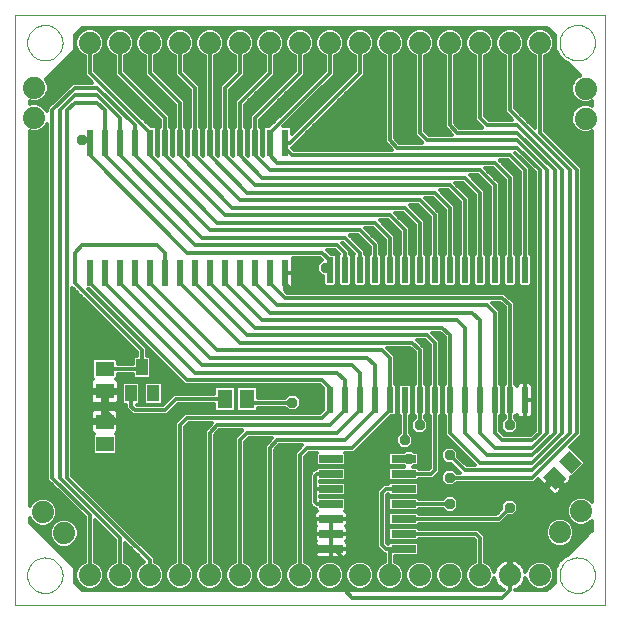
<source format=gtl>
G75*
%MOIN*%
%OFA0B0*%
%FSLAX24Y24*%
%IPPOS*%
%LPD*%
%AMOC8*
5,1,8,0,0,1.08239X$1,22.5*
%
%ADD10C,0.0000*%
%ADD11R,0.0236X0.0866*%
%ADD12C,0.0740*%
%ADD13R,0.0800X0.0260*%
%ADD14R,0.0394X0.0551*%
%ADD15R,0.0630X0.0512*%
%ADD16R,0.0512X0.0630*%
%ADD17R,0.0591X0.0512*%
%ADD18R,0.0512X0.0591*%
%ADD19C,0.0120*%
%ADD20OC8,0.0356*%
%ADD21C,0.0100*%
D10*
X000100Y000100D02*
X000100Y019785D01*
X019785Y019785D01*
X019785Y000100D01*
X000100Y000100D01*
X000509Y001100D02*
X000511Y001148D01*
X000517Y001196D01*
X000527Y001243D01*
X000540Y001289D01*
X000558Y001334D01*
X000578Y001378D01*
X000603Y001420D01*
X000631Y001459D01*
X000661Y001496D01*
X000695Y001530D01*
X000732Y001562D01*
X000770Y001591D01*
X000811Y001616D01*
X000854Y001638D01*
X000899Y001656D01*
X000945Y001670D01*
X000992Y001681D01*
X001040Y001688D01*
X001088Y001691D01*
X001136Y001690D01*
X001184Y001685D01*
X001232Y001676D01*
X001278Y001664D01*
X001323Y001647D01*
X001367Y001627D01*
X001409Y001604D01*
X001449Y001577D01*
X001487Y001547D01*
X001522Y001514D01*
X001554Y001478D01*
X001584Y001440D01*
X001610Y001399D01*
X001632Y001356D01*
X001652Y001312D01*
X001667Y001267D01*
X001679Y001220D01*
X001687Y001172D01*
X001691Y001124D01*
X001691Y001076D01*
X001687Y001028D01*
X001679Y000980D01*
X001667Y000933D01*
X001652Y000888D01*
X001632Y000844D01*
X001610Y000801D01*
X001584Y000760D01*
X001554Y000722D01*
X001522Y000686D01*
X001487Y000653D01*
X001449Y000623D01*
X001409Y000596D01*
X001367Y000573D01*
X001323Y000553D01*
X001278Y000536D01*
X001232Y000524D01*
X001184Y000515D01*
X001136Y000510D01*
X001088Y000509D01*
X001040Y000512D01*
X000992Y000519D01*
X000945Y000530D01*
X000899Y000544D01*
X000854Y000562D01*
X000811Y000584D01*
X000770Y000609D01*
X000732Y000638D01*
X000695Y000670D01*
X000661Y000704D01*
X000631Y000741D01*
X000603Y000780D01*
X000578Y000822D01*
X000558Y000866D01*
X000540Y000911D01*
X000527Y000957D01*
X000517Y001004D01*
X000511Y001052D01*
X000509Y001100D01*
X000509Y018850D02*
X000511Y018898D01*
X000517Y018946D01*
X000527Y018993D01*
X000540Y019039D01*
X000558Y019084D01*
X000578Y019128D01*
X000603Y019170D01*
X000631Y019209D01*
X000661Y019246D01*
X000695Y019280D01*
X000732Y019312D01*
X000770Y019341D01*
X000811Y019366D01*
X000854Y019388D01*
X000899Y019406D01*
X000945Y019420D01*
X000992Y019431D01*
X001040Y019438D01*
X001088Y019441D01*
X001136Y019440D01*
X001184Y019435D01*
X001232Y019426D01*
X001278Y019414D01*
X001323Y019397D01*
X001367Y019377D01*
X001409Y019354D01*
X001449Y019327D01*
X001487Y019297D01*
X001522Y019264D01*
X001554Y019228D01*
X001584Y019190D01*
X001610Y019149D01*
X001632Y019106D01*
X001652Y019062D01*
X001667Y019017D01*
X001679Y018970D01*
X001687Y018922D01*
X001691Y018874D01*
X001691Y018826D01*
X001687Y018778D01*
X001679Y018730D01*
X001667Y018683D01*
X001652Y018638D01*
X001632Y018594D01*
X001610Y018551D01*
X001584Y018510D01*
X001554Y018472D01*
X001522Y018436D01*
X001487Y018403D01*
X001449Y018373D01*
X001409Y018346D01*
X001367Y018323D01*
X001323Y018303D01*
X001278Y018286D01*
X001232Y018274D01*
X001184Y018265D01*
X001136Y018260D01*
X001088Y018259D01*
X001040Y018262D01*
X000992Y018269D01*
X000945Y018280D01*
X000899Y018294D01*
X000854Y018312D01*
X000811Y018334D01*
X000770Y018359D01*
X000732Y018388D01*
X000695Y018420D01*
X000661Y018454D01*
X000631Y018491D01*
X000603Y018530D01*
X000578Y018572D01*
X000558Y018616D01*
X000540Y018661D01*
X000527Y018707D01*
X000517Y018754D01*
X000511Y018802D01*
X000509Y018850D01*
X018259Y018850D02*
X018261Y018898D01*
X018267Y018946D01*
X018277Y018993D01*
X018290Y019039D01*
X018308Y019084D01*
X018328Y019128D01*
X018353Y019170D01*
X018381Y019209D01*
X018411Y019246D01*
X018445Y019280D01*
X018482Y019312D01*
X018520Y019341D01*
X018561Y019366D01*
X018604Y019388D01*
X018649Y019406D01*
X018695Y019420D01*
X018742Y019431D01*
X018790Y019438D01*
X018838Y019441D01*
X018886Y019440D01*
X018934Y019435D01*
X018982Y019426D01*
X019028Y019414D01*
X019073Y019397D01*
X019117Y019377D01*
X019159Y019354D01*
X019199Y019327D01*
X019237Y019297D01*
X019272Y019264D01*
X019304Y019228D01*
X019334Y019190D01*
X019360Y019149D01*
X019382Y019106D01*
X019402Y019062D01*
X019417Y019017D01*
X019429Y018970D01*
X019437Y018922D01*
X019441Y018874D01*
X019441Y018826D01*
X019437Y018778D01*
X019429Y018730D01*
X019417Y018683D01*
X019402Y018638D01*
X019382Y018594D01*
X019360Y018551D01*
X019334Y018510D01*
X019304Y018472D01*
X019272Y018436D01*
X019237Y018403D01*
X019199Y018373D01*
X019159Y018346D01*
X019117Y018323D01*
X019073Y018303D01*
X019028Y018286D01*
X018982Y018274D01*
X018934Y018265D01*
X018886Y018260D01*
X018838Y018259D01*
X018790Y018262D01*
X018742Y018269D01*
X018695Y018280D01*
X018649Y018294D01*
X018604Y018312D01*
X018561Y018334D01*
X018520Y018359D01*
X018482Y018388D01*
X018445Y018420D01*
X018411Y018454D01*
X018381Y018491D01*
X018353Y018530D01*
X018328Y018572D01*
X018308Y018616D01*
X018290Y018661D01*
X018277Y018707D01*
X018267Y018754D01*
X018261Y018802D01*
X018259Y018850D01*
X018259Y001100D02*
X018261Y001148D01*
X018267Y001196D01*
X018277Y001243D01*
X018290Y001289D01*
X018308Y001334D01*
X018328Y001378D01*
X018353Y001420D01*
X018381Y001459D01*
X018411Y001496D01*
X018445Y001530D01*
X018482Y001562D01*
X018520Y001591D01*
X018561Y001616D01*
X018604Y001638D01*
X018649Y001656D01*
X018695Y001670D01*
X018742Y001681D01*
X018790Y001688D01*
X018838Y001691D01*
X018886Y001690D01*
X018934Y001685D01*
X018982Y001676D01*
X019028Y001664D01*
X019073Y001647D01*
X019117Y001627D01*
X019159Y001604D01*
X019199Y001577D01*
X019237Y001547D01*
X019272Y001514D01*
X019304Y001478D01*
X019334Y001440D01*
X019360Y001399D01*
X019382Y001356D01*
X019402Y001312D01*
X019417Y001267D01*
X019429Y001220D01*
X019437Y001172D01*
X019441Y001124D01*
X019441Y001076D01*
X019437Y001028D01*
X019429Y000980D01*
X019417Y000933D01*
X019402Y000888D01*
X019382Y000844D01*
X019360Y000801D01*
X019334Y000760D01*
X019304Y000722D01*
X019272Y000686D01*
X019237Y000653D01*
X019199Y000623D01*
X019159Y000596D01*
X019117Y000573D01*
X019073Y000553D01*
X019028Y000536D01*
X018982Y000524D01*
X018934Y000515D01*
X018886Y000510D01*
X018838Y000509D01*
X018790Y000512D01*
X018742Y000519D01*
X018695Y000530D01*
X018649Y000544D01*
X018604Y000562D01*
X018561Y000584D01*
X018520Y000609D01*
X018482Y000638D01*
X018445Y000670D01*
X018411Y000704D01*
X018381Y000741D01*
X018353Y000780D01*
X018328Y000822D01*
X018308Y000866D01*
X018290Y000911D01*
X018277Y000957D01*
X018267Y001004D01*
X018261Y001052D01*
X018259Y001100D01*
D11*
X017100Y006935D03*
X016600Y006935D03*
X016100Y006935D03*
X015600Y006935D03*
X015100Y006935D03*
X014600Y006935D03*
X014100Y006935D03*
X013600Y006935D03*
X013100Y006935D03*
X012600Y006935D03*
X012100Y006935D03*
X011600Y006935D03*
X011100Y006935D03*
X010600Y006935D03*
X010600Y011265D03*
X011100Y011265D03*
X011600Y011265D03*
X012100Y011265D03*
X012600Y011265D03*
X013100Y011265D03*
X013600Y011265D03*
X014100Y011265D03*
X014600Y011265D03*
X015100Y011265D03*
X015600Y011265D03*
X016100Y011265D03*
X016600Y011265D03*
X017100Y011265D03*
X009100Y011185D03*
X008600Y011185D03*
X008100Y011185D03*
X007600Y011185D03*
X007100Y011185D03*
X006600Y011185D03*
X006100Y011185D03*
X005600Y011185D03*
X005100Y011185D03*
X004600Y011185D03*
X004100Y011185D03*
X003600Y011185D03*
X003100Y011185D03*
X002600Y011185D03*
X002600Y015515D03*
X003100Y015515D03*
X003600Y015515D03*
X004100Y015515D03*
X004600Y015515D03*
X005100Y015515D03*
X005600Y015515D03*
X006100Y015515D03*
X006600Y015515D03*
X007100Y015515D03*
X007600Y015515D03*
X008100Y015515D03*
X008600Y015515D03*
X009100Y015515D03*
D12*
X008600Y018850D03*
X007600Y018850D03*
X006600Y018850D03*
X005600Y018850D03*
X004600Y018850D03*
X003600Y018850D03*
X002600Y018850D03*
X000746Y017350D03*
X000746Y016350D03*
X009600Y018850D03*
X010600Y018850D03*
X011600Y018850D03*
X012600Y018850D03*
X013600Y018850D03*
X014600Y018850D03*
X015600Y018850D03*
X016600Y018850D03*
X017600Y018850D03*
X019130Y017320D03*
X019130Y016320D03*
X018984Y003234D03*
X018277Y002527D03*
X017600Y001100D03*
X016600Y001100D03*
X015600Y001100D03*
X014600Y001100D03*
X013600Y001100D03*
X012600Y001100D03*
X011600Y001100D03*
X010600Y001100D03*
X009600Y001100D03*
X008600Y001100D03*
X007600Y001100D03*
X006600Y001100D03*
X005600Y001100D03*
X004600Y001100D03*
X003600Y001100D03*
X002600Y001100D03*
X001746Y002496D03*
X001039Y003204D03*
D13*
X010640Y002975D03*
X010640Y002475D03*
X010640Y001975D03*
X010640Y003475D03*
X010640Y003975D03*
X010640Y004475D03*
X010640Y004975D03*
X013060Y004975D03*
X013060Y004475D03*
X013060Y003975D03*
X013060Y003475D03*
X013060Y002975D03*
X013060Y002475D03*
X013060Y001975D03*
D14*
X004724Y007167D03*
X003976Y007167D03*
X004350Y008033D03*
D15*
X003100Y007974D03*
X003100Y007226D03*
D16*
X007101Y006975D03*
X007849Y006975D03*
D17*
X003100Y006224D03*
X003100Y005476D03*
D18*
G36*
X018475Y004309D02*
X018113Y003947D01*
X017697Y004363D01*
X018059Y004725D01*
X018475Y004309D01*
G37*
G36*
X019003Y004837D02*
X018641Y004475D01*
X018225Y004891D01*
X018587Y005253D01*
X019003Y004837D01*
G37*
D19*
X019114Y004840D02*
X019350Y004840D01*
X019350Y004722D02*
X019045Y004722D01*
X019114Y004791D02*
X019114Y004882D01*
X018632Y005364D01*
X018605Y005364D01*
X019020Y005780D01*
X019020Y014670D01*
X018920Y014770D01*
X017770Y015920D01*
X017770Y018401D01*
X017872Y018443D01*
X018007Y018578D01*
X018080Y018755D01*
X018080Y018945D01*
X018007Y019122D01*
X017872Y019257D01*
X017695Y019330D01*
X017505Y019330D01*
X017328Y019257D01*
X017193Y019122D01*
X017120Y018945D01*
X017120Y018755D01*
X017193Y018578D01*
X017328Y018443D01*
X017430Y018401D01*
X017430Y016010D01*
X016770Y016670D01*
X016770Y018401D01*
X016872Y018443D01*
X017007Y018578D01*
X017080Y018755D01*
X017080Y018945D01*
X017007Y019122D01*
X016872Y019257D01*
X016695Y019330D01*
X016505Y019330D01*
X016328Y019257D01*
X016193Y019122D01*
X016120Y018945D01*
X016120Y018755D01*
X016193Y018578D01*
X016328Y018443D01*
X016430Y018401D01*
X016430Y016530D01*
X016690Y016270D01*
X015920Y016270D01*
X015770Y016420D01*
X015770Y018401D01*
X015872Y018443D01*
X016007Y018578D01*
X016080Y018755D01*
X016080Y018945D01*
X016007Y019122D01*
X015872Y019257D01*
X015695Y019330D01*
X015505Y019330D01*
X015328Y019257D01*
X015193Y019122D01*
X015120Y018945D01*
X015120Y018755D01*
X015193Y018578D01*
X015328Y018443D01*
X015430Y018401D01*
X015430Y016280D01*
X015680Y016030D01*
X015690Y016020D01*
X014920Y016020D01*
X014770Y016170D01*
X014770Y018401D01*
X014872Y018443D01*
X015007Y018578D01*
X015080Y018755D01*
X015080Y018945D01*
X015007Y019122D01*
X014872Y019257D01*
X014695Y019330D01*
X014505Y019330D01*
X014328Y019257D01*
X014193Y019122D01*
X014120Y018945D01*
X014120Y018755D01*
X014193Y018578D01*
X014328Y018443D01*
X014430Y018401D01*
X014430Y016030D01*
X014680Y015780D01*
X014690Y015770D01*
X013920Y015770D01*
X013770Y015920D01*
X013770Y018401D01*
X013872Y018443D01*
X014007Y018578D01*
X014080Y018755D01*
X014080Y018945D01*
X014007Y019122D01*
X013872Y019257D01*
X013695Y019330D01*
X013505Y019330D01*
X013328Y019257D01*
X013193Y019122D01*
X013120Y018945D01*
X013120Y018755D01*
X013193Y018578D01*
X013328Y018443D01*
X013430Y018401D01*
X013430Y015780D01*
X013680Y015530D01*
X013690Y015520D01*
X012920Y015520D01*
X012770Y015670D01*
X012770Y018401D01*
X012872Y018443D01*
X013007Y018578D01*
X013080Y018755D01*
X013080Y018945D01*
X013007Y019122D01*
X012872Y019257D01*
X012695Y019330D01*
X012505Y019330D01*
X012328Y019257D01*
X012193Y019122D01*
X012120Y018945D01*
X012120Y018755D01*
X012193Y018578D01*
X012328Y018443D01*
X012430Y018401D01*
X012430Y015530D01*
X012530Y015430D01*
X012680Y015280D01*
X012680Y015280D01*
X012690Y015270D01*
X009420Y015270D01*
X009340Y015350D01*
X011670Y017680D01*
X011770Y017780D01*
X011770Y018401D01*
X011872Y018443D01*
X012007Y018578D01*
X012080Y018755D01*
X012080Y018945D01*
X012007Y019122D01*
X011872Y019257D01*
X011695Y019330D01*
X011505Y019330D01*
X011328Y019257D01*
X011193Y019122D01*
X011120Y018945D01*
X011120Y018755D01*
X011193Y018578D01*
X011328Y018443D01*
X011430Y018401D01*
X011430Y017920D01*
X009328Y015819D01*
X009328Y015994D01*
X009264Y016058D01*
X009049Y016058D01*
X010670Y017680D01*
X010770Y017780D01*
X010770Y018401D01*
X010872Y018443D01*
X011007Y018578D01*
X011080Y018755D01*
X011080Y018945D01*
X011007Y019122D01*
X010872Y019257D01*
X010695Y019330D01*
X010505Y019330D01*
X010328Y019257D01*
X010193Y019122D01*
X010120Y018945D01*
X010120Y018755D01*
X010193Y018578D01*
X010328Y018443D01*
X010430Y018401D01*
X010430Y017920D01*
X008568Y016058D01*
X008436Y016058D01*
X008372Y015994D01*
X008372Y015069D01*
X008328Y015112D01*
X008328Y015994D01*
X008270Y016052D01*
X008270Y016280D01*
X009670Y017680D01*
X009770Y017780D01*
X009770Y018401D01*
X009872Y018443D01*
X010007Y018578D01*
X010080Y018755D01*
X010080Y018945D01*
X010007Y019122D01*
X009872Y019257D01*
X009695Y019330D01*
X009505Y019330D01*
X009328Y019257D01*
X009193Y019122D01*
X009120Y018945D01*
X009120Y018755D01*
X009193Y018578D01*
X009328Y018443D01*
X009430Y018401D01*
X009430Y017920D01*
X007930Y016420D01*
X007930Y016052D01*
X007872Y015994D01*
X007872Y015069D01*
X007828Y015112D01*
X007828Y015994D01*
X007770Y016052D01*
X007770Y016780D01*
X008670Y017680D01*
X008670Y017680D01*
X008770Y017780D01*
X008770Y018401D01*
X008872Y018443D01*
X009007Y018578D01*
X009080Y018755D01*
X009080Y018945D01*
X009007Y019122D01*
X008872Y019257D01*
X008695Y019330D01*
X008505Y019330D01*
X008328Y019257D01*
X008193Y019122D01*
X008120Y018945D01*
X008120Y018755D01*
X008193Y018578D01*
X008328Y018443D01*
X008430Y018401D01*
X008430Y017920D01*
X007530Y017020D01*
X007530Y017020D01*
X007430Y016920D01*
X007430Y016052D01*
X007372Y015994D01*
X007372Y015069D01*
X007328Y015112D01*
X007328Y015994D01*
X007270Y016052D01*
X007270Y017280D01*
X007670Y017680D01*
X007770Y017780D01*
X007770Y018401D01*
X007872Y018443D01*
X008007Y018578D01*
X008080Y018755D01*
X008080Y018945D01*
X008007Y019122D01*
X007872Y019257D01*
X007695Y019330D01*
X007505Y019330D01*
X007328Y019257D01*
X007193Y019122D01*
X007120Y018945D01*
X007120Y018755D01*
X007193Y018578D01*
X007328Y018443D01*
X007430Y018401D01*
X007430Y017920D01*
X006930Y017420D01*
X006930Y016052D01*
X006872Y015994D01*
X006872Y015069D01*
X006828Y015112D01*
X006828Y015994D01*
X006770Y016052D01*
X006770Y018401D01*
X006872Y018443D01*
X007007Y018578D01*
X007080Y018755D01*
X007080Y018945D01*
X007007Y019122D01*
X006872Y019257D01*
X006695Y019330D01*
X006505Y019330D01*
X006328Y019257D01*
X006193Y019122D01*
X006120Y018945D01*
X006120Y018755D01*
X006193Y018578D01*
X006328Y018443D01*
X006430Y018401D01*
X006430Y016052D01*
X006372Y015994D01*
X006372Y015069D01*
X006328Y015112D01*
X006328Y015994D01*
X006270Y016052D01*
X006270Y017420D01*
X005770Y017920D01*
X005770Y018401D01*
X005872Y018443D01*
X006007Y018578D01*
X006080Y018755D01*
X006080Y018945D01*
X006007Y019122D01*
X005872Y019257D01*
X005695Y019330D01*
X005505Y019330D01*
X005328Y019257D01*
X005193Y019122D01*
X005120Y018945D01*
X005120Y018755D01*
X005193Y018578D01*
X005328Y018443D01*
X005430Y018401D01*
X005430Y017780D01*
X005530Y017680D01*
X005930Y017280D01*
X005930Y016052D01*
X005872Y015994D01*
X005872Y015069D01*
X005828Y015112D01*
X005828Y015994D01*
X005770Y016052D01*
X005770Y016920D01*
X004770Y017920D01*
X004770Y018401D01*
X004872Y018443D01*
X005007Y018578D01*
X005080Y018755D01*
X005080Y018945D01*
X005007Y019122D01*
X004872Y019257D01*
X004695Y019330D01*
X004505Y019330D01*
X004328Y019257D01*
X004193Y019122D01*
X004120Y018945D01*
X004120Y018755D01*
X004193Y018578D01*
X004328Y018443D01*
X004430Y018401D01*
X004430Y017780D01*
X004530Y017680D01*
X005430Y016780D01*
X005430Y016052D01*
X005372Y015994D01*
X005372Y015069D01*
X005328Y015112D01*
X005328Y015994D01*
X005270Y016052D01*
X005270Y016420D01*
X003770Y017920D01*
X003770Y018401D01*
X003872Y018443D01*
X004007Y018578D01*
X004080Y018755D01*
X004080Y018945D01*
X004007Y019122D01*
X003872Y019257D01*
X003695Y019330D01*
X003505Y019330D01*
X003328Y019257D01*
X003193Y019122D01*
X003120Y018945D01*
X003120Y018755D01*
X003193Y018578D01*
X003328Y018443D01*
X003430Y018401D01*
X003430Y017780D01*
X003530Y017680D01*
X004930Y016280D01*
X004930Y016052D01*
X004872Y015994D01*
X004872Y015069D01*
X004828Y015112D01*
X004828Y015994D01*
X004764Y016058D01*
X004632Y016058D01*
X002770Y017920D01*
X002770Y018401D01*
X002872Y018443D01*
X003007Y018578D01*
X003080Y018755D01*
X003080Y018945D01*
X003007Y019122D01*
X002872Y019257D01*
X002695Y019330D01*
X002505Y019330D01*
X002328Y019257D01*
X002193Y019122D01*
X002120Y018945D01*
X002120Y018755D01*
X002193Y018578D01*
X002328Y018443D01*
X002430Y018401D01*
X002430Y017780D01*
X002530Y017680D01*
X002690Y017520D01*
X002030Y017520D01*
X001180Y016670D01*
X001180Y016558D01*
X001153Y016622D01*
X001018Y016757D01*
X000842Y016830D01*
X000651Y016830D01*
X000600Y016809D01*
X000600Y016891D01*
X000651Y016870D01*
X000842Y016870D01*
X001018Y016943D01*
X001153Y017078D01*
X001226Y017255D01*
X001226Y017445D01*
X001153Y017622D01*
X001138Y017638D01*
X002572Y017638D01*
X002453Y017757D02*
X001257Y017757D01*
X001375Y017875D02*
X002430Y017875D01*
X002430Y017994D02*
X001494Y017994D01*
X001612Y018112D02*
X002430Y018112D01*
X002430Y018231D02*
X001731Y018231D01*
X001849Y018349D02*
X002430Y018349D01*
X002304Y018468D02*
X001968Y018468D01*
X002086Y018586D02*
X002190Y018586D01*
X002100Y018600D02*
X002100Y019100D01*
X002350Y019350D01*
X017850Y019350D01*
X018100Y019100D01*
X018100Y019001D01*
X018099Y018999D01*
X018099Y018701D01*
X018100Y018699D01*
X018100Y018600D01*
X018170Y018530D01*
X018214Y018425D01*
X018425Y018214D01*
X018530Y018170D01*
X018940Y017760D01*
X018858Y017727D01*
X018723Y017592D01*
X018650Y017415D01*
X018650Y017224D01*
X018723Y017048D01*
X018858Y016913D01*
X019035Y016840D01*
X019226Y016840D01*
X019350Y016891D01*
X019350Y016748D01*
X019226Y016800D01*
X019035Y016800D01*
X018858Y016727D01*
X018723Y016592D01*
X018650Y016415D01*
X018650Y016224D01*
X018723Y016048D01*
X018858Y015913D01*
X019035Y015840D01*
X019226Y015840D01*
X019350Y015891D01*
X019350Y003547D01*
X019256Y003641D01*
X019079Y003714D01*
X018888Y003714D01*
X018712Y003641D01*
X018577Y003506D01*
X018504Y003329D01*
X018504Y003138D01*
X018577Y002962D01*
X018712Y002827D01*
X018888Y002754D01*
X019079Y002754D01*
X019256Y002827D01*
X019350Y002921D01*
X019350Y002600D01*
X018530Y001780D01*
X018425Y001736D01*
X018214Y001525D01*
X018170Y001420D01*
X018100Y001350D01*
X018100Y001251D01*
X018099Y001249D01*
X018099Y000951D01*
X018100Y000949D01*
X018100Y000850D01*
X017850Y000600D01*
X016776Y000600D01*
X016803Y000609D01*
X016878Y000647D01*
X016945Y000696D01*
X017004Y000755D01*
X017053Y000822D01*
X017091Y000897D01*
X017117Y000976D01*
X017121Y001002D01*
X017193Y000828D01*
X017328Y000693D01*
X017505Y000620D01*
X017695Y000620D01*
X017872Y000693D01*
X018007Y000828D01*
X018080Y001005D01*
X018080Y001195D01*
X018007Y001372D01*
X017872Y001507D01*
X017695Y001580D01*
X017505Y001580D01*
X017328Y001507D01*
X017193Y001372D01*
X017121Y001198D01*
X017117Y001224D01*
X017091Y001303D01*
X017053Y001378D01*
X017004Y001445D01*
X016945Y001504D01*
X016878Y001553D01*
X016803Y001591D01*
X016724Y001617D01*
X016642Y001630D01*
X016640Y001630D01*
X016640Y001140D01*
X016560Y001140D01*
X016560Y001630D01*
X016558Y001630D01*
X016476Y001617D01*
X016397Y001591D01*
X016322Y001553D01*
X016255Y001504D01*
X016196Y001445D01*
X016147Y001378D01*
X016109Y001303D01*
X016083Y001224D01*
X016079Y001198D01*
X016007Y001372D01*
X015872Y001507D01*
X015770Y001549D01*
X015770Y002420D01*
X015670Y002520D01*
X015545Y002645D01*
X013570Y002645D01*
X013570Y002651D01*
X013506Y002715D01*
X012614Y002715D01*
X012550Y002651D01*
X012550Y002299D01*
X012614Y002235D01*
X013506Y002235D01*
X013570Y002299D01*
X013570Y002305D01*
X015405Y002305D01*
X015430Y002280D01*
X015430Y001549D01*
X015328Y001507D01*
X015193Y001372D01*
X015120Y001195D01*
X015120Y001005D01*
X015193Y000828D01*
X015328Y000693D01*
X015505Y000620D01*
X015695Y000620D01*
X015872Y000693D01*
X016007Y000828D01*
X016079Y001002D01*
X016083Y000976D01*
X016109Y000897D01*
X016147Y000822D01*
X016196Y000755D01*
X016255Y000696D01*
X016322Y000647D01*
X016397Y000609D01*
X016424Y000600D01*
X002350Y000600D01*
X002100Y000850D01*
X002100Y001350D01*
X000600Y002850D01*
X000600Y003010D01*
X000632Y002932D01*
X000767Y002797D01*
X000944Y002724D01*
X001135Y002724D01*
X001311Y002797D01*
X001446Y002932D01*
X001519Y003108D01*
X001519Y003299D01*
X001446Y003475D01*
X001311Y003610D01*
X001135Y003684D01*
X000944Y003684D01*
X000767Y003610D01*
X000632Y003475D01*
X000600Y003397D01*
X000600Y015891D01*
X000651Y015870D01*
X000842Y015870D01*
X001018Y015943D01*
X001153Y016078D01*
X001180Y016142D01*
X001180Y004280D01*
X001280Y004180D01*
X002430Y003030D01*
X002430Y001549D01*
X002328Y001507D01*
X002193Y001372D01*
X002120Y001195D01*
X002120Y001005D01*
X002193Y000828D01*
X002328Y000693D01*
X002505Y000620D01*
X002695Y000620D01*
X002872Y000693D01*
X003007Y000828D01*
X003080Y001005D01*
X003080Y001195D01*
X003007Y001372D01*
X002872Y001507D01*
X002770Y001549D01*
X002770Y002940D01*
X003430Y002280D01*
X003430Y001549D01*
X003328Y001507D01*
X003193Y001372D01*
X003120Y001195D01*
X003120Y001005D01*
X003193Y000828D01*
X003328Y000693D01*
X003505Y000620D01*
X003695Y000620D01*
X003872Y000693D01*
X004007Y000828D01*
X004080Y001005D01*
X004080Y001195D01*
X004007Y001372D01*
X003872Y001507D01*
X003770Y001549D01*
X003770Y002190D01*
X004416Y001543D01*
X004328Y001507D01*
X004193Y001372D01*
X004120Y001195D01*
X004120Y001005D01*
X004193Y000828D01*
X004328Y000693D01*
X004505Y000620D01*
X004695Y000620D01*
X004872Y000693D01*
X005007Y000828D01*
X005080Y001005D01*
X005080Y001195D01*
X005007Y001372D01*
X004872Y001507D01*
X004770Y001549D01*
X004770Y001670D01*
X002020Y004420D01*
X002020Y010690D01*
X004180Y008530D01*
X004180Y008419D01*
X004108Y008419D01*
X004043Y008354D01*
X004043Y008144D01*
X003525Y008144D01*
X003525Y008275D01*
X003461Y008340D01*
X002739Y008340D01*
X002675Y008275D01*
X002675Y007673D01*
X002719Y007629D01*
X002687Y007610D01*
X002657Y007580D01*
X002636Y007544D01*
X002625Y007503D01*
X002625Y007286D01*
X003040Y007286D01*
X003040Y007166D01*
X002625Y007166D01*
X002625Y006949D01*
X002636Y006908D01*
X002657Y006872D01*
X002687Y006842D01*
X002723Y006821D01*
X002764Y006810D01*
X003040Y006810D01*
X003040Y007166D01*
X003160Y007166D01*
X003160Y007286D01*
X003575Y007286D01*
X003575Y007503D01*
X003564Y007544D01*
X003543Y007580D01*
X003513Y007610D01*
X003481Y007629D01*
X003525Y007673D01*
X003525Y007804D01*
X004043Y007804D01*
X004043Y007712D01*
X004108Y007647D01*
X004592Y007647D01*
X004657Y007712D01*
X004657Y008354D01*
X004592Y008419D01*
X004520Y008419D01*
X004520Y008670D01*
X004420Y008770D01*
X002549Y010642D01*
X002568Y010642D01*
X005680Y007530D01*
X005780Y007430D01*
X010280Y007430D01*
X010372Y007338D01*
X010372Y006612D01*
X010280Y006520D01*
X005780Y006520D01*
X005680Y006420D01*
X005530Y006270D01*
X005530Y006270D01*
X005430Y006170D01*
X005430Y001549D01*
X005328Y001507D01*
X005193Y001372D01*
X005120Y001195D01*
X005120Y001005D01*
X005193Y000828D01*
X005328Y000693D01*
X005505Y000620D01*
X005695Y000620D01*
X005872Y000693D01*
X006007Y000828D01*
X006080Y001005D01*
X006080Y001195D01*
X006007Y001372D01*
X005872Y001507D01*
X005770Y001549D01*
X005770Y006030D01*
X005920Y006180D01*
X006690Y006180D01*
X006530Y006020D01*
X006430Y005920D01*
X006430Y001549D01*
X006328Y001507D01*
X006193Y001372D01*
X006120Y001195D01*
X006120Y001005D01*
X006193Y000828D01*
X006328Y000693D01*
X006505Y000620D01*
X006695Y000620D01*
X006872Y000693D01*
X007007Y000828D01*
X007080Y001005D01*
X007080Y001195D01*
X007007Y001372D01*
X006872Y001507D01*
X006770Y001549D01*
X006770Y005780D01*
X006920Y005930D01*
X007690Y005930D01*
X007530Y005770D01*
X007430Y005670D01*
X007430Y001549D01*
X007328Y001507D01*
X007193Y001372D01*
X007120Y001195D01*
X007120Y001005D01*
X007193Y000828D01*
X007328Y000693D01*
X007505Y000620D01*
X007695Y000620D01*
X007872Y000693D01*
X008007Y000828D01*
X008080Y001005D01*
X008080Y001195D01*
X008007Y001372D01*
X007872Y001507D01*
X007770Y001549D01*
X007770Y005530D01*
X007920Y005680D01*
X008690Y005680D01*
X008430Y005420D01*
X008430Y001549D01*
X008328Y001507D01*
X008193Y001372D01*
X008120Y001195D01*
X008120Y001005D01*
X008193Y000828D01*
X008328Y000693D01*
X008505Y000620D01*
X008695Y000620D01*
X008872Y000693D01*
X009007Y000828D01*
X009080Y001005D01*
X009080Y001195D01*
X009007Y001372D01*
X008872Y001507D01*
X008770Y001549D01*
X008770Y005280D01*
X008920Y005430D01*
X009690Y005430D01*
X009430Y005170D01*
X009430Y001549D01*
X009328Y001507D01*
X009193Y001372D01*
X009120Y001195D01*
X009120Y001005D01*
X009193Y000828D01*
X009328Y000693D01*
X009505Y000620D01*
X009695Y000620D01*
X009872Y000693D01*
X010007Y000828D01*
X010080Y001005D01*
X010080Y001195D01*
X010007Y001372D01*
X009872Y001507D01*
X009770Y001549D01*
X009770Y005030D01*
X009920Y005180D01*
X010159Y005180D01*
X010130Y005151D01*
X010130Y004799D01*
X010194Y004735D01*
X011086Y004735D01*
X011150Y004799D01*
X011150Y005151D01*
X011121Y005180D01*
X011420Y005180D01*
X011520Y005280D01*
X012632Y006392D01*
X012764Y006392D01*
X012828Y006456D01*
X012828Y007413D01*
X012770Y007471D01*
X012770Y008420D01*
X012670Y008520D01*
X012510Y008680D01*
X013280Y008680D01*
X013430Y008530D01*
X013430Y007471D01*
X013372Y007413D01*
X013372Y006456D01*
X013430Y006398D01*
X013430Y006337D01*
X013312Y006219D01*
X013312Y005981D01*
X013481Y005812D01*
X013719Y005812D01*
X013888Y005981D01*
X013888Y006219D01*
X013770Y006337D01*
X013770Y006398D01*
X013828Y006456D01*
X013828Y007413D01*
X013770Y007471D01*
X013770Y008670D01*
X013670Y008770D01*
X013510Y008930D01*
X013780Y008930D01*
X013930Y008780D01*
X013930Y007471D01*
X013872Y007413D01*
X013872Y006456D01*
X013930Y006398D01*
X013930Y004670D01*
X013905Y004645D01*
X013570Y004645D01*
X013570Y004651D01*
X013506Y004715D01*
X013372Y004715D01*
X013392Y004735D01*
X013506Y004735D01*
X013570Y004799D01*
X013570Y005151D01*
X013506Y005215D01*
X013392Y005215D01*
X013344Y005263D01*
X013106Y005263D01*
X013058Y005215D01*
X012614Y005215D01*
X012550Y005151D01*
X012550Y004799D01*
X012614Y004735D01*
X013058Y004735D01*
X013078Y004715D01*
X012614Y004715D01*
X012550Y004651D01*
X012550Y004299D01*
X012614Y004235D01*
X013506Y004235D01*
X013570Y004299D01*
X013570Y004305D01*
X014045Y004305D01*
X014170Y004430D01*
X014270Y004530D01*
X014270Y006398D01*
X014328Y006456D01*
X014328Y007413D01*
X014270Y007471D01*
X014270Y008920D01*
X014170Y009020D01*
X014010Y009180D01*
X014280Y009180D01*
X014430Y009030D01*
X014430Y007471D01*
X014372Y007413D01*
X014372Y006456D01*
X014430Y006398D01*
X014430Y005780D01*
X014530Y005680D01*
X015430Y004780D01*
X015430Y004780D01*
X015440Y004770D01*
X015170Y004770D01*
X014888Y005052D01*
X014888Y005219D01*
X014719Y005388D01*
X014481Y005388D01*
X014312Y005219D01*
X014312Y004981D01*
X014481Y004812D01*
X014648Y004812D01*
X014940Y004520D01*
X014837Y004520D01*
X014719Y004638D01*
X014481Y004638D01*
X014312Y004469D01*
X014312Y004231D01*
X014481Y004062D01*
X014719Y004062D01*
X014837Y004180D01*
X017420Y004180D01*
X017520Y004280D01*
X017546Y004305D01*
X017547Y004302D01*
X017568Y004265D01*
X017749Y004084D01*
X018001Y004336D01*
X018086Y004251D01*
X018170Y004336D01*
X018450Y004056D01*
X018603Y004209D01*
X018624Y004246D01*
X018635Y004287D01*
X018635Y004329D01*
X018626Y004365D01*
X018688Y004365D01*
X019114Y004791D01*
X019038Y004959D02*
X019350Y004959D01*
X019350Y005077D02*
X018919Y005077D01*
X018801Y005196D02*
X019350Y005196D01*
X019350Y005314D02*
X018682Y005314D01*
X018673Y005433D02*
X019350Y005433D01*
X019350Y005551D02*
X018791Y005551D01*
X018910Y005670D02*
X019350Y005670D01*
X019350Y005788D02*
X019020Y005788D01*
X019020Y005907D02*
X019350Y005907D01*
X019350Y006025D02*
X019020Y006025D01*
X019020Y006144D02*
X019350Y006144D01*
X019350Y006262D02*
X019020Y006262D01*
X019020Y006381D02*
X019350Y006381D01*
X019350Y006499D02*
X019020Y006499D01*
X019020Y006618D02*
X019350Y006618D01*
X019350Y006736D02*
X019020Y006736D01*
X019020Y006855D02*
X019350Y006855D01*
X019350Y006973D02*
X019020Y006973D01*
X019020Y007092D02*
X019350Y007092D01*
X019350Y007210D02*
X019020Y007210D01*
X019020Y007329D02*
X019350Y007329D01*
X019350Y007447D02*
X019020Y007447D01*
X019020Y007566D02*
X019350Y007566D01*
X019350Y007684D02*
X019020Y007684D01*
X019020Y007803D02*
X019350Y007803D01*
X019350Y007921D02*
X019020Y007921D01*
X019020Y008040D02*
X019350Y008040D01*
X019350Y008158D02*
X019020Y008158D01*
X019020Y008277D02*
X019350Y008277D01*
X019350Y008395D02*
X019020Y008395D01*
X019020Y008514D02*
X019350Y008514D01*
X019350Y008632D02*
X019020Y008632D01*
X019020Y008751D02*
X019350Y008751D01*
X019350Y008869D02*
X019020Y008869D01*
X019020Y008988D02*
X019350Y008988D01*
X019350Y009106D02*
X019020Y009106D01*
X019020Y009225D02*
X019350Y009225D01*
X019350Y009343D02*
X019020Y009343D01*
X019020Y009462D02*
X019350Y009462D01*
X019350Y009580D02*
X019020Y009580D01*
X019020Y009699D02*
X019350Y009699D01*
X019350Y009817D02*
X019020Y009817D01*
X019020Y009936D02*
X019350Y009936D01*
X019350Y010054D02*
X019020Y010054D01*
X019020Y010173D02*
X019350Y010173D01*
X019350Y010291D02*
X019020Y010291D01*
X019020Y010410D02*
X019350Y010410D01*
X019350Y010528D02*
X019020Y010528D01*
X019020Y010647D02*
X019350Y010647D01*
X019350Y010765D02*
X019020Y010765D01*
X019020Y010884D02*
X019350Y010884D01*
X019350Y011002D02*
X019020Y011002D01*
X019020Y011121D02*
X019350Y011121D01*
X019350Y011239D02*
X019020Y011239D01*
X019020Y011358D02*
X019350Y011358D01*
X019350Y011476D02*
X019020Y011476D01*
X019020Y011595D02*
X019350Y011595D01*
X019350Y011713D02*
X019020Y011713D01*
X019020Y011832D02*
X019350Y011832D01*
X019350Y011950D02*
X019020Y011950D01*
X019020Y012069D02*
X019350Y012069D01*
X019350Y012187D02*
X019020Y012187D01*
X019020Y012306D02*
X019350Y012306D01*
X019350Y012424D02*
X019020Y012424D01*
X019020Y012543D02*
X019350Y012543D01*
X019350Y012661D02*
X019020Y012661D01*
X019020Y012780D02*
X019350Y012780D01*
X019350Y012898D02*
X019020Y012898D01*
X019020Y013017D02*
X019350Y013017D01*
X019350Y013135D02*
X019020Y013135D01*
X019020Y013254D02*
X019350Y013254D01*
X019350Y013372D02*
X019020Y013372D01*
X019020Y013491D02*
X019350Y013491D01*
X019350Y013609D02*
X019020Y013609D01*
X019020Y013728D02*
X019350Y013728D01*
X019350Y013846D02*
X019020Y013846D01*
X019020Y013965D02*
X019350Y013965D01*
X019350Y014083D02*
X019020Y014083D01*
X019020Y014202D02*
X019350Y014202D01*
X019350Y014320D02*
X019020Y014320D01*
X019020Y014439D02*
X019350Y014439D01*
X019350Y014557D02*
X019020Y014557D01*
X019015Y014676D02*
X019350Y014676D01*
X019350Y014794D02*
X018896Y014794D01*
X018778Y014913D02*
X019350Y014913D01*
X019350Y015031D02*
X018659Y015031D01*
X018541Y015150D02*
X019350Y015150D01*
X019350Y015268D02*
X018422Y015268D01*
X018304Y015387D02*
X019350Y015387D01*
X019350Y015505D02*
X018185Y015505D01*
X018067Y015624D02*
X019350Y015624D01*
X019350Y015742D02*
X017948Y015742D01*
X017830Y015861D02*
X018984Y015861D01*
X018792Y015979D02*
X017770Y015979D01*
X017770Y016098D02*
X018703Y016098D01*
X018654Y016216D02*
X017770Y016216D01*
X017770Y016335D02*
X018650Y016335D01*
X018666Y016453D02*
X017770Y016453D01*
X017770Y016572D02*
X018715Y016572D01*
X018822Y016690D02*
X017770Y016690D01*
X017770Y016809D02*
X019350Y016809D01*
X018844Y016927D02*
X017770Y016927D01*
X017770Y017046D02*
X018726Y017046D01*
X018675Y017164D02*
X017770Y017164D01*
X017770Y017283D02*
X018650Y017283D01*
X018650Y017401D02*
X017770Y017401D01*
X017770Y017520D02*
X018694Y017520D01*
X018770Y017638D02*
X017770Y017638D01*
X017770Y017757D02*
X018931Y017757D01*
X018825Y017875D02*
X017770Y017875D01*
X017770Y017994D02*
X018706Y017994D01*
X018588Y018112D02*
X017770Y018112D01*
X017770Y018231D02*
X018408Y018231D01*
X018290Y018349D02*
X017770Y018349D01*
X017896Y018468D02*
X018196Y018468D01*
X018114Y018586D02*
X018010Y018586D01*
X018059Y018705D02*
X018099Y018705D01*
X018099Y018823D02*
X018080Y018823D01*
X018080Y018942D02*
X018099Y018942D01*
X018100Y019060D02*
X018033Y019060D01*
X018021Y019179D02*
X017950Y019179D01*
X017903Y019297D02*
X017775Y019297D01*
X017425Y019297D02*
X016775Y019297D01*
X016950Y019179D02*
X017250Y019179D01*
X017167Y019060D02*
X017033Y019060D01*
X017080Y018942D02*
X017120Y018942D01*
X017120Y018823D02*
X017080Y018823D01*
X017059Y018705D02*
X017141Y018705D01*
X017190Y018586D02*
X017010Y018586D01*
X016896Y018468D02*
X017304Y018468D01*
X017430Y018349D02*
X016770Y018349D01*
X016770Y018231D02*
X017430Y018231D01*
X017430Y018112D02*
X016770Y018112D01*
X016770Y017994D02*
X017430Y017994D01*
X017430Y017875D02*
X016770Y017875D01*
X016770Y017757D02*
X017430Y017757D01*
X017430Y017638D02*
X016770Y017638D01*
X016770Y017520D02*
X017430Y017520D01*
X017430Y017401D02*
X016770Y017401D01*
X016770Y017283D02*
X017430Y017283D01*
X017430Y017164D02*
X016770Y017164D01*
X016770Y017046D02*
X017430Y017046D01*
X017430Y016927D02*
X016770Y016927D01*
X016770Y016809D02*
X017430Y016809D01*
X017430Y016690D02*
X016770Y016690D01*
X016869Y016572D02*
X017430Y016572D01*
X017430Y016453D02*
X016987Y016453D01*
X017106Y016335D02*
X017430Y016335D01*
X017430Y016216D02*
X017224Y016216D01*
X017343Y016098D02*
X017430Y016098D01*
X017600Y015850D02*
X018850Y014600D01*
X018850Y005850D01*
X017350Y004350D01*
X014600Y004350D01*
X014414Y004129D02*
X013570Y004129D01*
X013570Y004151D02*
X013506Y004215D01*
X012614Y004215D01*
X012550Y004151D01*
X012550Y004145D01*
X012405Y004145D01*
X012180Y003920D01*
X012180Y002030D01*
X012280Y001930D01*
X012405Y001805D01*
X012430Y001805D01*
X012430Y001549D01*
X012328Y001507D01*
X012193Y001372D01*
X012120Y001195D01*
X012120Y001005D01*
X012193Y000828D01*
X012328Y000693D01*
X012505Y000620D01*
X012695Y000620D01*
X012872Y000693D01*
X013007Y000828D01*
X013080Y001005D01*
X013080Y001195D01*
X013007Y001372D01*
X012872Y001507D01*
X012770Y001549D01*
X012770Y001735D01*
X013506Y001735D01*
X013570Y001799D01*
X013570Y002151D01*
X013506Y002215D01*
X012614Y002215D01*
X012550Y002151D01*
X012550Y002145D01*
X012545Y002145D01*
X012520Y002170D01*
X012520Y003780D01*
X012545Y003805D01*
X012550Y003805D01*
X012550Y003799D01*
X012614Y003735D01*
X013506Y003735D01*
X013570Y003799D01*
X013570Y004151D01*
X013518Y004248D02*
X014312Y004248D01*
X014312Y004366D02*
X014106Y004366D01*
X014225Y004485D02*
X014327Y004485D01*
X014270Y004603D02*
X014446Y004603D01*
X014270Y004722D02*
X014738Y004722D01*
X014754Y004603D02*
X014857Y004603D01*
X015100Y004600D02*
X014600Y005100D01*
X014407Y005314D02*
X014270Y005314D01*
X014270Y005196D02*
X014312Y005196D01*
X014312Y005077D02*
X014270Y005077D01*
X014270Y004959D02*
X014334Y004959D01*
X014270Y004840D02*
X014453Y004840D01*
X014100Y004600D02*
X013975Y004475D01*
X013060Y004475D01*
X013071Y004722D02*
X009770Y004722D01*
X009770Y004840D02*
X010130Y004840D01*
X010130Y004959D02*
X009770Y004959D01*
X009817Y005077D02*
X010130Y005077D01*
X009850Y005350D02*
X009600Y005100D01*
X009600Y001100D01*
X009157Y001285D02*
X009043Y001285D01*
X009080Y001167D02*
X009120Y001167D01*
X009120Y001048D02*
X009080Y001048D01*
X009049Y000930D02*
X009151Y000930D01*
X009210Y000811D02*
X008990Y000811D01*
X008871Y000693D02*
X009329Y000693D01*
X009871Y000693D02*
X010329Y000693D01*
X010328Y000693D02*
X010505Y000620D01*
X010695Y000620D01*
X010872Y000693D01*
X011007Y000828D01*
X011080Y001005D01*
X011080Y001195D01*
X011007Y001372D01*
X010872Y001507D01*
X010695Y001580D01*
X010505Y001580D01*
X010328Y001507D01*
X010193Y001372D01*
X010120Y001195D01*
X010120Y001005D01*
X010193Y000828D01*
X010328Y000693D01*
X010210Y000811D02*
X009990Y000811D01*
X010049Y000930D02*
X010151Y000930D01*
X010120Y001048D02*
X010080Y001048D01*
X010080Y001167D02*
X010120Y001167D01*
X010157Y001285D02*
X010043Y001285D01*
X009975Y001404D02*
X010225Y001404D01*
X010365Y001522D02*
X009835Y001522D01*
X009770Y001641D02*
X012430Y001641D01*
X012430Y001759D02*
X011175Y001759D01*
X011168Y001747D02*
X011189Y001783D01*
X011200Y001824D01*
X011200Y001970D01*
X010645Y001970D01*
X010645Y001980D01*
X011200Y001980D01*
X011200Y002126D01*
X011189Y002167D01*
X011168Y002203D01*
X011146Y002225D01*
X011168Y002247D01*
X011189Y002283D01*
X011200Y002324D01*
X011200Y002470D01*
X010645Y002470D01*
X010645Y002480D01*
X011200Y002480D01*
X011200Y002626D01*
X011189Y002667D01*
X011168Y002703D01*
X011146Y002725D01*
X011168Y002747D01*
X011189Y002783D01*
X011200Y002824D01*
X011200Y002970D01*
X010645Y002970D01*
X010645Y002980D01*
X011200Y002980D01*
X011200Y003126D01*
X011189Y003167D01*
X011168Y003203D01*
X011138Y003233D01*
X011104Y003253D01*
X011150Y003299D01*
X011150Y003651D01*
X011086Y003715D01*
X010270Y003715D01*
X010270Y003735D01*
X011086Y003735D01*
X011150Y003799D01*
X011150Y004151D01*
X011086Y004215D01*
X010270Y004215D01*
X010270Y004235D01*
X011086Y004235D01*
X011150Y004299D01*
X011150Y004651D01*
X011086Y004715D01*
X010194Y004715D01*
X010130Y004651D01*
X010130Y004636D01*
X010009Y004566D01*
X009930Y004429D01*
X009930Y003521D01*
X010009Y003384D01*
X010009Y003384D01*
X010009Y003384D01*
X010130Y003314D01*
X010130Y003299D01*
X010176Y003253D01*
X010142Y003233D01*
X010112Y003203D01*
X010091Y003167D01*
X010080Y003126D01*
X010080Y002980D01*
X010635Y002980D01*
X010635Y002970D01*
X010080Y002970D01*
X010080Y002824D01*
X010091Y002783D01*
X010112Y002747D01*
X010134Y002725D01*
X010112Y002703D01*
X010091Y002667D01*
X010080Y002626D01*
X010080Y002480D01*
X010635Y002480D01*
X010635Y002970D01*
X010645Y002970D01*
X010645Y002685D01*
X010645Y002480D01*
X010635Y002480D01*
X010635Y002470D01*
X010080Y002470D01*
X010080Y002324D01*
X010091Y002283D01*
X010112Y002247D01*
X010134Y002225D01*
X010112Y002203D01*
X010091Y002167D01*
X010080Y002126D01*
X010080Y001980D01*
X010635Y001980D01*
X010635Y002470D01*
X010645Y002470D01*
X012180Y002470D01*
X012180Y002352D02*
X011200Y002352D01*
X011154Y002233D02*
X012180Y002233D01*
X012180Y002115D02*
X011200Y002115D01*
X011200Y001996D02*
X012214Y001996D01*
X012332Y001878D02*
X011200Y001878D01*
X011168Y001747D02*
X011138Y001717D01*
X011102Y001696D01*
X011061Y001685D01*
X010645Y001685D01*
X010645Y001970D01*
X010635Y001970D01*
X010635Y001685D01*
X010219Y001685D01*
X010178Y001696D01*
X010142Y001717D01*
X010112Y001747D01*
X010091Y001783D01*
X010080Y001824D01*
X010080Y001970D01*
X010635Y001970D01*
X010635Y001980D01*
X010645Y001980D01*
X010645Y002185D01*
X010645Y002470D01*
X010640Y002475D02*
X010100Y002475D01*
X010100Y001975D01*
X010640Y001975D01*
X010725Y001975D01*
X011100Y001600D01*
X011100Y000600D01*
X011350Y000350D01*
X016350Y000350D01*
X016600Y000600D01*
X016600Y001100D01*
X016600Y002100D01*
X017100Y002600D01*
X017100Y003350D01*
X018086Y004336D01*
X018086Y004251D02*
X018365Y003971D01*
X018212Y003818D01*
X018175Y003797D01*
X018134Y003786D01*
X018092Y003786D01*
X018052Y003797D01*
X018015Y003818D01*
X017834Y003999D01*
X018086Y004251D01*
X018089Y004248D02*
X018258Y004248D01*
X018207Y004129D02*
X018377Y004129D01*
X018326Y004011D02*
X019350Y004011D01*
X019350Y004129D02*
X018523Y004129D01*
X018625Y004248D02*
X019350Y004248D01*
X019350Y004366D02*
X018689Y004366D01*
X018808Y004485D02*
X019350Y004485D01*
X019350Y004603D02*
X018926Y004603D01*
X018614Y004864D02*
X018600Y004850D01*
X018082Y004248D02*
X017913Y004248D01*
X017964Y004129D02*
X017794Y004129D01*
X017704Y004129D02*
X014786Y004129D01*
X014719Y003763D02*
X014481Y003763D01*
X014363Y003645D01*
X013570Y003645D01*
X013570Y003651D01*
X013506Y003715D01*
X012614Y003715D01*
X012550Y003651D01*
X012550Y003299D01*
X012614Y003235D01*
X013506Y003235D01*
X013570Y003299D01*
X013570Y003305D01*
X014363Y003305D01*
X014481Y003187D01*
X014719Y003187D01*
X014888Y003356D01*
X014888Y003594D01*
X014719Y003763D01*
X014827Y003655D02*
X018746Y003655D01*
X018608Y003537D02*
X016821Y003537D01*
X016888Y003469D02*
X016719Y003638D01*
X016481Y003638D01*
X016312Y003469D01*
X016312Y003302D01*
X016155Y003145D01*
X013570Y003145D01*
X013570Y003151D01*
X013506Y003215D01*
X012614Y003215D01*
X012550Y003151D01*
X012550Y002799D01*
X012614Y002735D01*
X013506Y002735D01*
X013570Y002799D01*
X013570Y002805D01*
X016295Y002805D01*
X016552Y003062D01*
X016719Y003062D01*
X016888Y003231D01*
X016888Y003469D01*
X016888Y003418D02*
X018541Y003418D01*
X018504Y003300D02*
X016888Y003300D01*
X016838Y003181D02*
X018504Y003181D01*
X018535Y003063D02*
X016720Y003063D01*
X016600Y003350D02*
X016225Y002975D01*
X013060Y002975D01*
X013060Y002475D02*
X015475Y002475D01*
X015600Y002350D01*
X015600Y001100D01*
X015157Y001285D02*
X015043Y001285D01*
X015007Y001372D02*
X014872Y001507D01*
X014695Y001580D01*
X014505Y001580D01*
X014328Y001507D01*
X014193Y001372D01*
X014120Y001195D01*
X014120Y001005D01*
X014193Y000828D01*
X014328Y000693D01*
X014505Y000620D01*
X014695Y000620D01*
X014872Y000693D01*
X015007Y000828D01*
X015080Y001005D01*
X015080Y001195D01*
X015007Y001372D01*
X014975Y001404D02*
X015225Y001404D01*
X015365Y001522D02*
X014835Y001522D01*
X015080Y001167D02*
X015120Y001167D01*
X015120Y001048D02*
X015080Y001048D01*
X015049Y000930D02*
X015151Y000930D01*
X015210Y000811D02*
X014990Y000811D01*
X014871Y000693D02*
X015329Y000693D01*
X015871Y000693D02*
X016259Y000693D01*
X016155Y000811D02*
X015990Y000811D01*
X016049Y000930D02*
X016098Y000930D01*
X016103Y001285D02*
X016043Y001285D01*
X015975Y001404D02*
X016165Y001404D01*
X016279Y001522D02*
X015835Y001522D01*
X015770Y001641D02*
X018329Y001641D01*
X018212Y001522D02*
X017835Y001522D01*
X017975Y001404D02*
X018154Y001404D01*
X018100Y001285D02*
X018043Y001285D01*
X018080Y001167D02*
X018099Y001167D01*
X018099Y001048D02*
X018080Y001048D01*
X018100Y000930D02*
X018049Y000930D01*
X018061Y000811D02*
X017990Y000811D01*
X017943Y000693D02*
X017871Y000693D01*
X017329Y000693D02*
X016941Y000693D01*
X017045Y000811D02*
X017210Y000811D01*
X017151Y000930D02*
X017102Y000930D01*
X017097Y001285D02*
X017157Y001285D01*
X017225Y001404D02*
X017035Y001404D01*
X016921Y001522D02*
X017365Y001522D01*
X018005Y002120D02*
X018181Y002047D01*
X018372Y002047D01*
X018549Y002120D01*
X018684Y002255D01*
X018757Y002431D01*
X018757Y002622D01*
X018684Y002799D01*
X018549Y002934D01*
X018372Y003007D01*
X018181Y003007D01*
X018005Y002934D01*
X017870Y002799D01*
X017797Y002622D01*
X017797Y002431D01*
X017870Y002255D01*
X018005Y002120D01*
X018018Y002115D02*
X015770Y002115D01*
X015770Y002233D02*
X017892Y002233D01*
X017830Y002352D02*
X015770Y002352D01*
X015720Y002470D02*
X017797Y002470D01*
X017797Y002589D02*
X015602Y002589D01*
X015430Y002233D02*
X012520Y002233D01*
X012520Y002352D02*
X012550Y002352D01*
X012550Y002470D02*
X012520Y002470D01*
X012520Y002589D02*
X012550Y002589D01*
X012520Y002707D02*
X012606Y002707D01*
X012550Y002826D02*
X012520Y002826D01*
X012520Y002944D02*
X012550Y002944D01*
X012550Y003063D02*
X012520Y003063D01*
X012520Y003181D02*
X012580Y003181D01*
X012550Y003300D02*
X012520Y003300D01*
X012520Y003418D02*
X012550Y003418D01*
X012550Y003537D02*
X012520Y003537D01*
X012520Y003655D02*
X012554Y003655D01*
X012576Y003774D02*
X012520Y003774D01*
X012350Y003850D02*
X012350Y002100D01*
X012475Y001975D01*
X012600Y001975D01*
X012600Y001100D01*
X012157Y001285D02*
X012043Y001285D01*
X012007Y001372D02*
X011872Y001507D01*
X011695Y001580D01*
X011505Y001580D01*
X011328Y001507D01*
X011193Y001372D01*
X011120Y001195D01*
X011120Y001005D01*
X011193Y000828D01*
X011328Y000693D01*
X011505Y000620D01*
X011695Y000620D01*
X011872Y000693D01*
X012007Y000828D01*
X012080Y001005D01*
X012080Y001195D01*
X012007Y001372D01*
X011975Y001404D02*
X012225Y001404D01*
X012365Y001522D02*
X011835Y001522D01*
X012080Y001167D02*
X012120Y001167D01*
X012120Y001048D02*
X012080Y001048D01*
X012049Y000930D02*
X012151Y000930D01*
X012210Y000811D02*
X011990Y000811D01*
X011871Y000693D02*
X012329Y000693D01*
X012871Y000693D02*
X013329Y000693D01*
X013328Y000693D02*
X013505Y000620D01*
X013695Y000620D01*
X013872Y000693D01*
X014007Y000828D01*
X014080Y001005D01*
X014080Y001195D01*
X014007Y001372D01*
X013872Y001507D01*
X013695Y001580D01*
X013505Y001580D01*
X013328Y001507D01*
X013193Y001372D01*
X013120Y001195D01*
X013120Y001005D01*
X013193Y000828D01*
X013328Y000693D01*
X013210Y000811D02*
X012990Y000811D01*
X013049Y000930D02*
X013151Y000930D01*
X013120Y001048D02*
X013080Y001048D01*
X013080Y001167D02*
X013120Y001167D01*
X013157Y001285D02*
X013043Y001285D01*
X012975Y001404D02*
X013225Y001404D01*
X013365Y001522D02*
X012835Y001522D01*
X012770Y001641D02*
X015430Y001641D01*
X015430Y001759D02*
X013530Y001759D01*
X013570Y001878D02*
X015430Y001878D01*
X015430Y001996D02*
X013570Y001996D01*
X013570Y002115D02*
X015430Y002115D01*
X015770Y001996D02*
X018746Y001996D01*
X018628Y001878D02*
X015770Y001878D01*
X015770Y001759D02*
X018480Y001759D01*
X018536Y002115D02*
X018865Y002115D01*
X018983Y002233D02*
X018662Y002233D01*
X018724Y002352D02*
X019102Y002352D01*
X019220Y002470D02*
X018757Y002470D01*
X018757Y002589D02*
X019339Y002589D01*
X019350Y002707D02*
X018722Y002707D01*
X018715Y002826D02*
X018657Y002826D01*
X018595Y002944D02*
X018524Y002944D01*
X018030Y002944D02*
X016434Y002944D01*
X016316Y002826D02*
X017897Y002826D01*
X017832Y002707D02*
X013514Y002707D01*
X013540Y003181D02*
X016191Y003181D01*
X016309Y003300D02*
X014832Y003300D01*
X014888Y003418D02*
X016312Y003418D01*
X016379Y003537D02*
X014888Y003537D01*
X014600Y003475D02*
X013060Y003475D01*
X013060Y003975D02*
X012475Y003975D01*
X012350Y003850D01*
X012180Y003892D02*
X011150Y003892D01*
X011150Y004011D02*
X012270Y004011D01*
X012389Y004129D02*
X011150Y004129D01*
X011098Y004248D02*
X012602Y004248D01*
X012550Y004366D02*
X011150Y004366D01*
X011150Y004485D02*
X012550Y004485D01*
X012550Y004603D02*
X011150Y004603D01*
X011150Y004840D02*
X012550Y004840D01*
X012550Y004959D02*
X011150Y004959D01*
X011150Y005077D02*
X012550Y005077D01*
X012595Y005196D02*
X011436Y005196D01*
X011554Y005314D02*
X012979Y005314D01*
X012981Y005312D02*
X013219Y005312D01*
X013388Y005481D01*
X013388Y005719D01*
X013270Y005837D01*
X013270Y006398D01*
X013328Y006456D01*
X013328Y007413D01*
X013264Y007478D01*
X012936Y007478D01*
X012872Y007413D01*
X012872Y006456D01*
X012930Y006398D01*
X012930Y005837D01*
X012812Y005719D01*
X012812Y005481D01*
X012981Y005312D01*
X012860Y005433D02*
X011673Y005433D01*
X011791Y005551D02*
X012812Y005551D01*
X012812Y005670D02*
X011910Y005670D01*
X012028Y005788D02*
X012881Y005788D01*
X012930Y005907D02*
X012147Y005907D01*
X012265Y006025D02*
X012930Y006025D01*
X012930Y006144D02*
X012384Y006144D01*
X012502Y006262D02*
X012930Y006262D01*
X012930Y006381D02*
X012621Y006381D01*
X012600Y006600D02*
X012600Y006935D01*
X012600Y008350D01*
X012350Y008600D01*
X006850Y008600D01*
X004600Y010850D01*
X004600Y011185D01*
X005100Y011185D02*
X005100Y011850D01*
X004850Y012100D01*
X002350Y012100D01*
X002100Y011850D01*
X002100Y010850D01*
X004350Y008600D01*
X004350Y008033D01*
X004291Y007974D01*
X003100Y007974D01*
X002675Y007921D02*
X002020Y007921D01*
X002020Y007803D02*
X002675Y007803D01*
X002675Y007684D02*
X002020Y007684D01*
X002020Y007566D02*
X002649Y007566D01*
X002625Y007447D02*
X002020Y007447D01*
X002020Y007329D02*
X002625Y007329D01*
X002625Y007092D02*
X002020Y007092D01*
X002020Y007210D02*
X003040Y007210D01*
X003100Y007226D02*
X003100Y006600D01*
X003100Y006224D01*
X003160Y006262D02*
X005522Y006262D01*
X005430Y006144D02*
X003555Y006144D01*
X003555Y006164D02*
X003555Y005947D01*
X003544Y005906D01*
X003523Y005870D01*
X003494Y005840D01*
X003461Y005821D01*
X003505Y005777D01*
X003505Y005175D01*
X003441Y005110D01*
X002759Y005110D01*
X002695Y005175D01*
X002695Y005777D01*
X002739Y005821D01*
X002706Y005840D01*
X002677Y005870D01*
X002656Y005906D01*
X002645Y005947D01*
X002645Y006164D01*
X003040Y006164D01*
X003040Y006284D01*
X002645Y006284D01*
X002645Y006501D01*
X002656Y006542D01*
X002677Y006578D01*
X002706Y006608D01*
X002743Y006629D01*
X002784Y006640D01*
X003040Y006640D01*
X003040Y006284D01*
X003160Y006284D01*
X003555Y006284D01*
X003555Y006501D01*
X003544Y006542D01*
X003523Y006578D01*
X003494Y006608D01*
X003457Y006629D01*
X003416Y006640D01*
X003160Y006640D01*
X003160Y006284D01*
X003160Y006164D01*
X003555Y006164D01*
X003555Y006025D02*
X005430Y006025D01*
X005430Y005907D02*
X003544Y005907D01*
X003495Y005788D02*
X005430Y005788D01*
X005430Y005670D02*
X003505Y005670D01*
X003505Y005551D02*
X005430Y005551D01*
X005430Y005433D02*
X003505Y005433D01*
X003505Y005314D02*
X005430Y005314D01*
X005430Y005196D02*
X003505Y005196D01*
X003100Y005475D02*
X003100Y005476D01*
X002695Y005433D02*
X002020Y005433D01*
X002020Y005551D02*
X002695Y005551D01*
X002695Y005670D02*
X002020Y005670D01*
X002020Y005788D02*
X002705Y005788D01*
X002656Y005907D02*
X002020Y005907D01*
X002020Y006025D02*
X002645Y006025D01*
X002645Y006144D02*
X002020Y006144D01*
X002020Y006262D02*
X003040Y006262D01*
X003040Y006381D02*
X003160Y006381D01*
X003160Y006499D02*
X003040Y006499D01*
X003100Y006600D02*
X005100Y004600D01*
X005100Y002100D01*
X005430Y002115D02*
X004326Y002115D01*
X004207Y002233D02*
X005430Y002233D01*
X005430Y002352D02*
X004089Y002352D01*
X003970Y002470D02*
X005430Y002470D01*
X005430Y002589D02*
X003852Y002589D01*
X003733Y002707D02*
X005430Y002707D01*
X005430Y002826D02*
X003615Y002826D01*
X003496Y002944D02*
X005430Y002944D01*
X005430Y003063D02*
X003378Y003063D01*
X003259Y003181D02*
X005430Y003181D01*
X005430Y003300D02*
X003141Y003300D01*
X003022Y003418D02*
X005430Y003418D01*
X005430Y003537D02*
X002904Y003537D01*
X002785Y003655D02*
X005430Y003655D01*
X005430Y003774D02*
X002667Y003774D01*
X002548Y003892D02*
X005430Y003892D01*
X005430Y004011D02*
X002430Y004011D01*
X002311Y004129D02*
X005430Y004129D01*
X005430Y004248D02*
X002193Y004248D01*
X002074Y004366D02*
X005430Y004366D01*
X005430Y004485D02*
X002020Y004485D01*
X002020Y004603D02*
X005430Y004603D01*
X005430Y004722D02*
X002020Y004722D01*
X002020Y004840D02*
X005430Y004840D01*
X005430Y004959D02*
X002020Y004959D01*
X002020Y005077D02*
X005430Y005077D01*
X005770Y005077D02*
X006430Y005077D01*
X006430Y004959D02*
X005770Y004959D01*
X005770Y004840D02*
X006430Y004840D01*
X006430Y004722D02*
X005770Y004722D01*
X005770Y004603D02*
X006430Y004603D01*
X006430Y004485D02*
X005770Y004485D01*
X005770Y004366D02*
X006430Y004366D01*
X006430Y004248D02*
X005770Y004248D01*
X005770Y004129D02*
X006430Y004129D01*
X006430Y004011D02*
X005770Y004011D01*
X005770Y003892D02*
X006430Y003892D01*
X006430Y003774D02*
X005770Y003774D01*
X005770Y003655D02*
X006430Y003655D01*
X006430Y003537D02*
X005770Y003537D01*
X005770Y003418D02*
X006430Y003418D01*
X006430Y003300D02*
X005770Y003300D01*
X005770Y003181D02*
X006430Y003181D01*
X006430Y003063D02*
X005770Y003063D01*
X005770Y002944D02*
X006430Y002944D01*
X006430Y002826D02*
X005770Y002826D01*
X005770Y002707D02*
X006430Y002707D01*
X006430Y002589D02*
X005770Y002589D01*
X005770Y002470D02*
X006430Y002470D01*
X006430Y002352D02*
X005770Y002352D01*
X005770Y002233D02*
X006430Y002233D01*
X006430Y002115D02*
X005770Y002115D01*
X005770Y001996D02*
X006430Y001996D01*
X006430Y001878D02*
X005770Y001878D01*
X005770Y001759D02*
X006430Y001759D01*
X006430Y001641D02*
X005770Y001641D01*
X005835Y001522D02*
X006365Y001522D01*
X006225Y001404D02*
X005975Y001404D01*
X006043Y001285D02*
X006157Y001285D01*
X006120Y001167D02*
X006080Y001167D01*
X006080Y001048D02*
X006120Y001048D01*
X006151Y000930D02*
X006049Y000930D01*
X005990Y000811D02*
X006210Y000811D01*
X006329Y000693D02*
X005871Y000693D01*
X005600Y001100D02*
X005600Y006100D01*
X005850Y006350D01*
X010350Y006350D01*
X010600Y006600D01*
X010600Y006935D01*
X010600Y007350D01*
X010350Y007600D01*
X005850Y007600D01*
X002600Y010850D01*
X002600Y011185D01*
X003100Y011185D02*
X003100Y010850D01*
X006100Y007850D01*
X010850Y007850D01*
X011100Y007600D01*
X011100Y006935D01*
X011100Y006600D01*
X010600Y006100D01*
X006850Y006100D01*
X006600Y005850D01*
X006600Y001100D01*
X007043Y001285D02*
X007157Y001285D01*
X007120Y001167D02*
X007080Y001167D01*
X007080Y001048D02*
X007120Y001048D01*
X007151Y000930D02*
X007049Y000930D01*
X006990Y000811D02*
X007210Y000811D01*
X007329Y000693D02*
X006871Y000693D01*
X006975Y001404D02*
X007225Y001404D01*
X007365Y001522D02*
X006835Y001522D01*
X006770Y001641D02*
X007430Y001641D01*
X007430Y001759D02*
X006770Y001759D01*
X006770Y001878D02*
X007430Y001878D01*
X007430Y001996D02*
X006770Y001996D01*
X006770Y002115D02*
X007430Y002115D01*
X007430Y002233D02*
X006770Y002233D01*
X006770Y002352D02*
X007430Y002352D01*
X007430Y002470D02*
X006770Y002470D01*
X006770Y002589D02*
X007430Y002589D01*
X007430Y002707D02*
X006770Y002707D01*
X006770Y002826D02*
X007430Y002826D01*
X007430Y002944D02*
X006770Y002944D01*
X006770Y003063D02*
X007430Y003063D01*
X007430Y003181D02*
X006770Y003181D01*
X006770Y003300D02*
X007430Y003300D01*
X007430Y003418D02*
X006770Y003418D01*
X006770Y003537D02*
X007430Y003537D01*
X007430Y003655D02*
X006770Y003655D01*
X006770Y003774D02*
X007430Y003774D01*
X007430Y003892D02*
X006770Y003892D01*
X006770Y004011D02*
X007430Y004011D01*
X007430Y004129D02*
X006770Y004129D01*
X006770Y004248D02*
X007430Y004248D01*
X007430Y004366D02*
X006770Y004366D01*
X006770Y004485D02*
X007430Y004485D01*
X007430Y004603D02*
X006770Y004603D01*
X006770Y004722D02*
X007430Y004722D01*
X007430Y004840D02*
X006770Y004840D01*
X006770Y004959D02*
X007430Y004959D01*
X007430Y005077D02*
X006770Y005077D01*
X006770Y005196D02*
X007430Y005196D01*
X007430Y005314D02*
X006770Y005314D01*
X006770Y005433D02*
X007430Y005433D01*
X007430Y005551D02*
X006770Y005551D01*
X006770Y005670D02*
X007430Y005670D01*
X007548Y005788D02*
X006778Y005788D01*
X006897Y005907D02*
X007666Y005907D01*
X007850Y005850D02*
X007600Y005600D01*
X007600Y001100D01*
X008043Y001285D02*
X008157Y001285D01*
X008120Y001167D02*
X008080Y001167D01*
X008080Y001048D02*
X008120Y001048D01*
X008151Y000930D02*
X008049Y000930D01*
X007990Y000811D02*
X008210Y000811D01*
X008329Y000693D02*
X007871Y000693D01*
X007975Y001404D02*
X008225Y001404D01*
X008365Y001522D02*
X007835Y001522D01*
X007770Y001641D02*
X008430Y001641D01*
X008430Y001759D02*
X007770Y001759D01*
X007770Y001878D02*
X008430Y001878D01*
X008430Y001996D02*
X007770Y001996D01*
X007770Y002115D02*
X008430Y002115D01*
X008430Y002233D02*
X007770Y002233D01*
X007770Y002352D02*
X008430Y002352D01*
X008430Y002470D02*
X007770Y002470D01*
X007770Y002589D02*
X008430Y002589D01*
X008430Y002707D02*
X007770Y002707D01*
X007770Y002826D02*
X008430Y002826D01*
X008430Y002944D02*
X007770Y002944D01*
X007770Y003063D02*
X008430Y003063D01*
X008430Y003181D02*
X007770Y003181D01*
X007770Y003300D02*
X008430Y003300D01*
X008430Y003418D02*
X007770Y003418D01*
X007770Y003537D02*
X008430Y003537D01*
X008430Y003655D02*
X007770Y003655D01*
X007770Y003774D02*
X008430Y003774D01*
X008430Y003892D02*
X007770Y003892D01*
X007770Y004011D02*
X008430Y004011D01*
X008430Y004129D02*
X007770Y004129D01*
X007770Y004248D02*
X008430Y004248D01*
X008430Y004366D02*
X007770Y004366D01*
X007770Y004485D02*
X008430Y004485D01*
X008430Y004603D02*
X007770Y004603D01*
X007770Y004722D02*
X008430Y004722D01*
X008430Y004840D02*
X007770Y004840D01*
X007770Y004959D02*
X008430Y004959D01*
X008430Y005077D02*
X007770Y005077D01*
X007770Y005196D02*
X008430Y005196D01*
X008430Y005314D02*
X007770Y005314D01*
X007770Y005433D02*
X008442Y005433D01*
X008561Y005551D02*
X007791Y005551D01*
X007910Y005670D02*
X008679Y005670D01*
X008850Y005600D02*
X008600Y005350D01*
X008600Y001100D01*
X008975Y001404D02*
X009225Y001404D01*
X009365Y001522D02*
X008835Y001522D01*
X008770Y001641D02*
X009430Y001641D01*
X009430Y001759D02*
X008770Y001759D01*
X008770Y001878D02*
X009430Y001878D01*
X009430Y001996D02*
X008770Y001996D01*
X008770Y002115D02*
X009430Y002115D01*
X009430Y002233D02*
X008770Y002233D01*
X008770Y002352D02*
X009430Y002352D01*
X009430Y002470D02*
X008770Y002470D01*
X008770Y002589D02*
X009430Y002589D01*
X009430Y002707D02*
X008770Y002707D01*
X008770Y002826D02*
X009430Y002826D01*
X009430Y002944D02*
X008770Y002944D01*
X008770Y003063D02*
X009430Y003063D01*
X009430Y003181D02*
X008770Y003181D01*
X008770Y003300D02*
X009430Y003300D01*
X009430Y003418D02*
X008770Y003418D01*
X008770Y003537D02*
X009430Y003537D01*
X009430Y003655D02*
X008770Y003655D01*
X008770Y003774D02*
X009430Y003774D01*
X009430Y003892D02*
X008770Y003892D01*
X008770Y004011D02*
X009430Y004011D01*
X009430Y004129D02*
X008770Y004129D01*
X008770Y004248D02*
X009430Y004248D01*
X009430Y004366D02*
X008770Y004366D01*
X008770Y004485D02*
X009430Y004485D01*
X009430Y004603D02*
X008770Y004603D01*
X008770Y004722D02*
X009430Y004722D01*
X009430Y004840D02*
X008770Y004840D01*
X008770Y004959D02*
X009430Y004959D01*
X009430Y005077D02*
X008770Y005077D01*
X008770Y005196D02*
X009455Y005196D01*
X009574Y005314D02*
X008804Y005314D01*
X008850Y005600D02*
X011100Y005600D01*
X012100Y006600D01*
X012100Y006935D01*
X012100Y008100D01*
X011850Y008350D01*
X006600Y008350D01*
X004100Y010850D01*
X004100Y011185D01*
X003600Y011185D02*
X003600Y010850D01*
X006350Y008100D01*
X011350Y008100D01*
X011600Y007850D01*
X011600Y006935D01*
X011600Y006600D01*
X010850Y005850D01*
X007850Y005850D01*
X008150Y006550D02*
X007548Y006550D01*
X007483Y006614D01*
X007483Y007336D01*
X007548Y007400D01*
X008150Y007400D01*
X008215Y007336D01*
X008215Y007020D01*
X009113Y007020D01*
X009231Y007138D01*
X009469Y007138D01*
X009638Y006969D01*
X009638Y006731D01*
X009469Y006562D01*
X009231Y006562D01*
X009113Y006680D01*
X008215Y006680D01*
X008215Y006614D01*
X008150Y006550D01*
X008215Y006618D02*
X009175Y006618D01*
X009350Y006850D02*
X007974Y006850D01*
X007954Y006852D01*
X007935Y006856D01*
X007917Y006864D01*
X007901Y006874D01*
X007886Y006887D01*
X007873Y006902D01*
X007863Y006918D01*
X007855Y006936D01*
X007851Y006955D01*
X007849Y006975D01*
X007483Y006973D02*
X007467Y006973D01*
X007467Y006855D02*
X007483Y006855D01*
X007483Y006736D02*
X007467Y006736D01*
X007467Y006618D02*
X007483Y006618D01*
X007467Y006614D02*
X007467Y007336D01*
X007402Y007400D01*
X006800Y007400D01*
X006735Y007336D01*
X006735Y007145D01*
X005405Y007145D01*
X005305Y007045D01*
X005030Y006770D01*
X004170Y006770D01*
X004159Y006781D01*
X004218Y006781D01*
X004283Y006846D01*
X004283Y007488D01*
X004218Y007553D01*
X003734Y007553D01*
X003669Y007488D01*
X003669Y006846D01*
X003734Y006781D01*
X003806Y006781D01*
X003806Y006654D01*
X003930Y006530D01*
X004030Y006430D01*
X005170Y006430D01*
X005545Y006805D01*
X006735Y006805D01*
X006735Y006614D01*
X006800Y006550D01*
X007402Y006550D01*
X007467Y006614D01*
X007467Y007092D02*
X007483Y007092D01*
X007483Y007210D02*
X007467Y007210D01*
X007467Y007329D02*
X007483Y007329D01*
X007101Y006975D02*
X005475Y006975D01*
X005100Y006600D01*
X004100Y006600D01*
X003976Y006724D01*
X003976Y007167D01*
X003669Y007210D02*
X003160Y007210D01*
X003160Y007166D02*
X003575Y007166D01*
X003575Y006949D01*
X003564Y006908D01*
X003543Y006872D01*
X003513Y006842D01*
X003477Y006821D01*
X003436Y006810D01*
X003160Y006810D01*
X003160Y007166D01*
X003160Y007092D02*
X003040Y007092D01*
X003040Y006973D02*
X003160Y006973D01*
X003160Y006855D02*
X003040Y006855D01*
X003040Y006618D02*
X003160Y006618D01*
X003477Y006618D02*
X003842Y006618D01*
X003806Y006736D02*
X002020Y006736D01*
X002020Y006618D02*
X002723Y006618D01*
X002645Y006499D02*
X002020Y006499D01*
X002020Y006381D02*
X002645Y006381D01*
X002674Y006855D02*
X002020Y006855D01*
X002020Y006973D02*
X002625Y006973D01*
X003526Y006855D02*
X003669Y006855D01*
X003669Y006973D02*
X003575Y006973D01*
X003575Y007092D02*
X003669Y007092D01*
X003669Y007329D02*
X003575Y007329D01*
X003575Y007447D02*
X003669Y007447D01*
X003551Y007566D02*
X005644Y007566D01*
X005526Y007684D02*
X004629Y007684D01*
X004657Y007803D02*
X005407Y007803D01*
X005289Y007921D02*
X004657Y007921D01*
X004657Y008040D02*
X005170Y008040D01*
X005052Y008158D02*
X004657Y008158D01*
X004657Y008277D02*
X004933Y008277D01*
X004815Y008395D02*
X004616Y008395D01*
X004696Y008514D02*
X004520Y008514D01*
X004520Y008632D02*
X004578Y008632D01*
X004459Y008751D02*
X004440Y008751D01*
X004341Y008869D02*
X004321Y008869D01*
X004222Y008988D02*
X004203Y008988D01*
X004104Y009106D02*
X004084Y009106D01*
X003985Y009225D02*
X003966Y009225D01*
X003867Y009343D02*
X003847Y009343D01*
X003748Y009462D02*
X003729Y009462D01*
X003630Y009580D02*
X003610Y009580D01*
X003511Y009699D02*
X003492Y009699D01*
X003393Y009817D02*
X003373Y009817D01*
X003274Y009936D02*
X003255Y009936D01*
X003156Y010054D02*
X003136Y010054D01*
X003037Y010173D02*
X003018Y010173D01*
X002919Y010291D02*
X002899Y010291D01*
X002800Y010410D02*
X002781Y010410D01*
X002682Y010528D02*
X002662Y010528D01*
X002419Y010291D02*
X002020Y010291D01*
X002020Y010173D02*
X002537Y010173D01*
X002656Y010054D02*
X002020Y010054D01*
X002020Y009936D02*
X002774Y009936D01*
X002893Y009817D02*
X002020Y009817D01*
X002020Y009699D02*
X003011Y009699D01*
X003130Y009580D02*
X002020Y009580D01*
X002020Y009462D02*
X003248Y009462D01*
X003367Y009343D02*
X002020Y009343D01*
X002020Y009225D02*
X003485Y009225D01*
X003604Y009106D02*
X002020Y009106D01*
X002020Y008988D02*
X003722Y008988D01*
X003841Y008869D02*
X002020Y008869D01*
X002020Y008751D02*
X003959Y008751D01*
X004078Y008632D02*
X002020Y008632D01*
X002020Y008514D02*
X004180Y008514D01*
X004084Y008395D02*
X002020Y008395D01*
X002020Y008277D02*
X002676Y008277D01*
X002675Y008158D02*
X002020Y008158D01*
X002020Y008040D02*
X002675Y008040D01*
X003525Y008158D02*
X004043Y008158D01*
X004043Y008277D02*
X003524Y008277D01*
X003525Y007803D02*
X004043Y007803D01*
X004071Y007684D02*
X003525Y007684D01*
X004283Y007447D02*
X004417Y007447D01*
X004417Y007488D02*
X004417Y006846D01*
X004482Y006781D01*
X004966Y006781D01*
X005031Y006846D01*
X005031Y007488D01*
X004966Y007553D01*
X004482Y007553D01*
X004417Y007488D01*
X004417Y007329D02*
X004283Y007329D01*
X004283Y007210D02*
X004417Y007210D01*
X004417Y007092D02*
X004283Y007092D01*
X004283Y006973D02*
X004417Y006973D01*
X004417Y006855D02*
X004283Y006855D01*
X003961Y006499D02*
X003555Y006499D01*
X003555Y006381D02*
X005640Y006381D01*
X005680Y006420D02*
X005680Y006420D01*
X005759Y006499D02*
X005239Y006499D01*
X005358Y006618D02*
X006735Y006618D01*
X006735Y006736D02*
X005476Y006736D01*
X005233Y006973D02*
X005031Y006973D01*
X005031Y006855D02*
X005114Y006855D01*
X005031Y007092D02*
X005351Y007092D01*
X005031Y007210D02*
X006735Y007210D01*
X006735Y007329D02*
X005031Y007329D01*
X005031Y007447D02*
X005763Y007447D01*
X004791Y007100D02*
X004725Y007100D01*
X004791Y007100D02*
X004724Y007167D01*
X005884Y006144D02*
X006653Y006144D01*
X006535Y006025D02*
X005770Y006025D01*
X005770Y005907D02*
X006430Y005907D01*
X006430Y005788D02*
X005770Y005788D01*
X005770Y005670D02*
X006430Y005670D01*
X006430Y005551D02*
X005770Y005551D01*
X005770Y005433D02*
X006430Y005433D01*
X006430Y005314D02*
X005770Y005314D01*
X005770Y005196D02*
X006430Y005196D01*
X008215Y007092D02*
X009184Y007092D01*
X009516Y007092D02*
X010372Y007092D01*
X010372Y007210D02*
X008215Y007210D01*
X008215Y007329D02*
X010372Y007329D01*
X010372Y006973D02*
X009634Y006973D01*
X009638Y006855D02*
X010372Y006855D01*
X010372Y006736D02*
X009638Y006736D01*
X009525Y006618D02*
X010372Y006618D01*
X009850Y005350D02*
X011350Y005350D01*
X012600Y006600D01*
X012828Y006618D02*
X012872Y006618D01*
X012872Y006736D02*
X012828Y006736D01*
X012828Y006855D02*
X012872Y006855D01*
X012872Y006973D02*
X012828Y006973D01*
X012828Y007092D02*
X012872Y007092D01*
X012872Y007210D02*
X012828Y007210D01*
X012828Y007329D02*
X012872Y007329D01*
X012906Y007447D02*
X012794Y007447D01*
X012770Y007566D02*
X013430Y007566D01*
X013430Y007684D02*
X012770Y007684D01*
X012770Y007803D02*
X013430Y007803D01*
X013430Y007921D02*
X012770Y007921D01*
X012770Y008040D02*
X013430Y008040D01*
X013430Y008158D02*
X012770Y008158D01*
X012770Y008277D02*
X013430Y008277D01*
X013430Y008395D02*
X012770Y008395D01*
X012677Y008514D02*
X013430Y008514D01*
X013328Y008632D02*
X012558Y008632D01*
X013350Y008850D02*
X013600Y008600D01*
X013600Y006935D01*
X013600Y006100D01*
X013814Y005907D02*
X013930Y005907D01*
X013930Y006025D02*
X013888Y006025D01*
X013888Y006144D02*
X013930Y006144D01*
X013930Y006262D02*
X013845Y006262D01*
X013770Y006381D02*
X013930Y006381D01*
X013872Y006499D02*
X013828Y006499D01*
X013828Y006618D02*
X013872Y006618D01*
X013872Y006736D02*
X013828Y006736D01*
X013828Y006855D02*
X013872Y006855D01*
X013872Y006973D02*
X013828Y006973D01*
X013828Y007092D02*
X013872Y007092D01*
X013872Y007210D02*
X013828Y007210D01*
X013828Y007329D02*
X013872Y007329D01*
X013906Y007447D02*
X013794Y007447D01*
X013770Y007566D02*
X013930Y007566D01*
X013930Y007684D02*
X013770Y007684D01*
X013770Y007803D02*
X013930Y007803D01*
X013930Y007921D02*
X013770Y007921D01*
X013770Y008040D02*
X013930Y008040D01*
X013930Y008158D02*
X013770Y008158D01*
X013770Y008277D02*
X013930Y008277D01*
X013930Y008395D02*
X013770Y008395D01*
X013770Y008514D02*
X013930Y008514D01*
X013930Y008632D02*
X013770Y008632D01*
X013690Y008751D02*
X013930Y008751D01*
X013841Y008869D02*
X013571Y008869D01*
X013350Y008850D02*
X007600Y008850D01*
X005600Y010850D01*
X005600Y011185D01*
X006100Y011185D02*
X006100Y010850D01*
X007850Y009100D01*
X013850Y009100D01*
X014100Y008850D01*
X014100Y006935D01*
X014100Y004600D01*
X013930Y004722D02*
X013379Y004722D01*
X013570Y004840D02*
X013930Y004840D01*
X013930Y004959D02*
X013570Y004959D01*
X013570Y005077D02*
X013930Y005077D01*
X013930Y005196D02*
X013525Y005196D01*
X013340Y005433D02*
X013930Y005433D01*
X013930Y005551D02*
X013388Y005551D01*
X013388Y005670D02*
X013930Y005670D01*
X013930Y005788D02*
X013319Y005788D01*
X013270Y005907D02*
X013386Y005907D01*
X013312Y006025D02*
X013270Y006025D01*
X013270Y006144D02*
X013312Y006144D01*
X013270Y006262D02*
X013355Y006262D01*
X013430Y006381D02*
X013270Y006381D01*
X013328Y006499D02*
X013372Y006499D01*
X013372Y006618D02*
X013328Y006618D01*
X013328Y006736D02*
X013372Y006736D01*
X013372Y006855D02*
X013328Y006855D01*
X013328Y006973D02*
X013372Y006973D01*
X013372Y007092D02*
X013328Y007092D01*
X013328Y007210D02*
X013372Y007210D01*
X013372Y007329D02*
X013328Y007329D01*
X013294Y007447D02*
X013406Y007447D01*
X013100Y006935D02*
X013100Y005600D01*
X013221Y005314D02*
X013930Y005314D01*
X014270Y005433D02*
X014777Y005433D01*
X014793Y005314D02*
X014896Y005314D01*
X014888Y005196D02*
X015014Y005196D01*
X015133Y005077D02*
X014888Y005077D01*
X014982Y004959D02*
X015251Y004959D01*
X015370Y004840D02*
X015100Y004840D01*
X015100Y004600D02*
X017350Y004600D01*
X018600Y005850D01*
X018600Y014600D01*
X016600Y016600D01*
X016600Y018850D01*
X016250Y019179D02*
X015950Y019179D01*
X016033Y019060D02*
X016167Y019060D01*
X016120Y018942D02*
X016080Y018942D01*
X016080Y018823D02*
X016120Y018823D01*
X016141Y018705D02*
X016059Y018705D01*
X016010Y018586D02*
X016190Y018586D01*
X016304Y018468D02*
X015896Y018468D01*
X015770Y018349D02*
X016430Y018349D01*
X016430Y018231D02*
X015770Y018231D01*
X015770Y018112D02*
X016430Y018112D01*
X016430Y017994D02*
X015770Y017994D01*
X015770Y017875D02*
X016430Y017875D01*
X016430Y017757D02*
X015770Y017757D01*
X015770Y017638D02*
X016430Y017638D01*
X016430Y017520D02*
X015770Y017520D01*
X015770Y017401D02*
X016430Y017401D01*
X016430Y017283D02*
X015770Y017283D01*
X015770Y017164D02*
X016430Y017164D01*
X016430Y017046D02*
X015770Y017046D01*
X015770Y016927D02*
X016430Y016927D01*
X016430Y016809D02*
X015770Y016809D01*
X015770Y016690D02*
X016430Y016690D01*
X016430Y016572D02*
X015770Y016572D01*
X015770Y016453D02*
X016507Y016453D01*
X016625Y016335D02*
X015856Y016335D01*
X015850Y016100D02*
X015600Y016350D01*
X015600Y018850D01*
X015250Y019179D02*
X014950Y019179D01*
X015033Y019060D02*
X015167Y019060D01*
X015120Y018942D02*
X015080Y018942D01*
X015080Y018823D02*
X015120Y018823D01*
X015141Y018705D02*
X015059Y018705D01*
X015010Y018586D02*
X015190Y018586D01*
X015304Y018468D02*
X014896Y018468D01*
X014770Y018349D02*
X015430Y018349D01*
X015430Y018231D02*
X014770Y018231D01*
X014770Y018112D02*
X015430Y018112D01*
X015430Y017994D02*
X014770Y017994D01*
X014770Y017875D02*
X015430Y017875D01*
X015430Y017757D02*
X014770Y017757D01*
X014770Y017638D02*
X015430Y017638D01*
X015430Y017520D02*
X014770Y017520D01*
X014770Y017401D02*
X015430Y017401D01*
X015430Y017283D02*
X014770Y017283D01*
X014770Y017164D02*
X015430Y017164D01*
X015430Y017046D02*
X014770Y017046D01*
X014770Y016927D02*
X015430Y016927D01*
X015430Y016809D02*
X014770Y016809D01*
X014770Y016690D02*
X015430Y016690D01*
X015430Y016572D02*
X014770Y016572D01*
X014770Y016453D02*
X015430Y016453D01*
X015430Y016335D02*
X014770Y016335D01*
X014770Y016216D02*
X015494Y016216D01*
X015612Y016098D02*
X014843Y016098D01*
X014600Y016100D02*
X014850Y015850D01*
X016850Y015850D01*
X018100Y014600D01*
X018100Y005850D01*
X017350Y005100D01*
X015850Y005100D01*
X015100Y005850D01*
X015100Y006935D01*
X015100Y009350D01*
X014850Y009600D01*
X008350Y009600D01*
X007100Y010850D01*
X007100Y011185D01*
X006600Y011185D02*
X006600Y010850D01*
X008100Y009350D01*
X014350Y009350D01*
X014600Y009100D01*
X014600Y006935D01*
X014600Y005850D01*
X015600Y004850D01*
X017350Y004850D01*
X018350Y005850D01*
X018350Y014600D01*
X016850Y016100D01*
X015850Y016100D01*
X016850Y015600D02*
X017850Y014600D01*
X017850Y005850D01*
X017350Y005350D01*
X016100Y005350D01*
X015600Y005850D01*
X015600Y006935D01*
X015600Y009600D01*
X015350Y009850D01*
X008600Y009850D01*
X007600Y010850D01*
X007600Y011185D01*
X008100Y011185D02*
X008100Y010850D01*
X008850Y010100D01*
X015850Y010100D01*
X016100Y009850D01*
X016100Y006935D01*
X016100Y005850D01*
X016350Y005600D01*
X017350Y005600D01*
X017600Y005850D01*
X017600Y014600D01*
X016850Y015350D01*
X012850Y015350D01*
X012600Y015600D01*
X012600Y018850D01*
X012950Y019179D02*
X013250Y019179D01*
X013167Y019060D02*
X013033Y019060D01*
X013080Y018942D02*
X013120Y018942D01*
X013120Y018823D02*
X013080Y018823D01*
X013059Y018705D02*
X013141Y018705D01*
X013190Y018586D02*
X013010Y018586D01*
X012896Y018468D02*
X013304Y018468D01*
X013430Y018349D02*
X012770Y018349D01*
X012770Y018231D02*
X013430Y018231D01*
X013430Y018112D02*
X012770Y018112D01*
X012770Y017994D02*
X013430Y017994D01*
X013430Y017875D02*
X012770Y017875D01*
X012770Y017757D02*
X013430Y017757D01*
X013430Y017638D02*
X012770Y017638D01*
X012770Y017520D02*
X013430Y017520D01*
X013430Y017401D02*
X012770Y017401D01*
X012770Y017283D02*
X013430Y017283D01*
X013430Y017164D02*
X012770Y017164D01*
X012770Y017046D02*
X013430Y017046D01*
X013430Y016927D02*
X012770Y016927D01*
X012770Y016809D02*
X013430Y016809D01*
X013430Y016690D02*
X012770Y016690D01*
X012770Y016572D02*
X013430Y016572D01*
X013430Y016453D02*
X012770Y016453D01*
X012770Y016335D02*
X013430Y016335D01*
X013430Y016216D02*
X012770Y016216D01*
X012770Y016098D02*
X013430Y016098D01*
X013430Y015979D02*
X012770Y015979D01*
X012770Y015861D02*
X013430Y015861D01*
X013468Y015742D02*
X012770Y015742D01*
X012817Y015624D02*
X013586Y015624D01*
X013600Y015850D02*
X013850Y015600D01*
X016850Y015600D01*
X016780Y015180D02*
X017430Y014530D01*
X017430Y005920D01*
X017280Y005770D01*
X016420Y005770D01*
X016270Y005920D01*
X016270Y006398D01*
X016328Y006456D01*
X016328Y007413D01*
X016270Y007471D01*
X016270Y009920D01*
X016170Y010020D01*
X016010Y010180D01*
X016280Y010180D01*
X016430Y010030D01*
X016430Y007471D01*
X016372Y007413D01*
X016372Y006456D01*
X016430Y006398D01*
X016430Y006337D01*
X016312Y006219D01*
X016312Y005981D01*
X016481Y005812D01*
X016719Y005812D01*
X016888Y005981D01*
X016888Y006219D01*
X016770Y006337D01*
X016770Y006398D01*
X016828Y006456D01*
X016828Y006457D01*
X016833Y006440D01*
X016854Y006403D01*
X016884Y006374D01*
X016920Y006352D01*
X016961Y006342D01*
X017100Y006342D01*
X017239Y006342D01*
X017280Y006352D01*
X017316Y006374D01*
X017346Y006403D01*
X017367Y006440D01*
X017378Y006481D01*
X017378Y006935D01*
X017378Y007389D01*
X017367Y007429D01*
X017346Y007466D01*
X017316Y007496D01*
X017280Y007517D01*
X017239Y007528D01*
X017100Y007528D01*
X016961Y007528D01*
X016920Y007517D01*
X016884Y007496D01*
X016854Y007466D01*
X016833Y007429D01*
X016828Y007412D01*
X016828Y007413D01*
X016770Y007471D01*
X016770Y010170D01*
X016670Y010270D01*
X016420Y010520D01*
X009170Y010520D01*
X009099Y010592D01*
X009100Y010592D01*
X009239Y010592D01*
X009280Y010602D01*
X009316Y010624D01*
X009346Y010653D01*
X009367Y010690D01*
X009378Y010731D01*
X009378Y011185D01*
X009378Y011639D01*
X009367Y011679D01*
X009367Y011680D01*
X010280Y011680D01*
X010339Y011621D01*
X010187Y011469D01*
X010187Y011231D01*
X010356Y011062D01*
X010372Y011062D01*
X010372Y010787D01*
X010436Y010722D01*
X010764Y010722D01*
X010828Y010787D01*
X010828Y011744D01*
X010764Y011808D01*
X010632Y011808D01*
X010510Y011930D01*
X010780Y011930D01*
X010919Y011791D01*
X010872Y011744D01*
X010872Y010787D01*
X010936Y010722D01*
X011264Y010722D01*
X011328Y010787D01*
X011328Y011744D01*
X011270Y011802D01*
X011270Y011920D01*
X011170Y012020D01*
X011010Y012180D01*
X011030Y012180D01*
X011419Y011791D01*
X011372Y011744D01*
X011372Y010787D01*
X011436Y010722D01*
X011764Y010722D01*
X011828Y010787D01*
X011828Y011744D01*
X011770Y011802D01*
X011770Y011920D01*
X011670Y012020D01*
X011260Y012430D01*
X011530Y012430D01*
X011930Y012030D01*
X011930Y011802D01*
X011872Y011744D01*
X011872Y010787D01*
X011936Y010722D01*
X012264Y010722D01*
X012328Y010787D01*
X012328Y011744D01*
X012270Y011802D01*
X012270Y012170D01*
X012170Y012270D01*
X011760Y012680D01*
X012030Y012680D01*
X012430Y012280D01*
X012430Y011802D01*
X012372Y011744D01*
X012372Y010787D01*
X012436Y010722D01*
X012764Y010722D01*
X012828Y010787D01*
X012828Y011744D01*
X012770Y011802D01*
X012770Y012420D01*
X012670Y012520D01*
X012260Y012930D01*
X012530Y012930D01*
X012930Y012530D01*
X012930Y011802D01*
X012872Y011744D01*
X012872Y010787D01*
X012936Y010722D01*
X013264Y010722D01*
X013328Y010787D01*
X013328Y011744D01*
X013270Y011802D01*
X013270Y012670D01*
X013170Y012770D01*
X012760Y013180D01*
X013030Y013180D01*
X013430Y012780D01*
X013430Y011802D01*
X013372Y011744D01*
X013372Y010787D01*
X013436Y010722D01*
X013764Y010722D01*
X013828Y010787D01*
X013828Y011744D01*
X013770Y011802D01*
X013770Y012920D01*
X013670Y013020D01*
X013260Y013430D01*
X013530Y013430D01*
X013930Y013030D01*
X013930Y011802D01*
X013872Y011744D01*
X013872Y010787D01*
X013936Y010722D01*
X014264Y010722D01*
X014328Y010787D01*
X014328Y011744D01*
X014270Y011802D01*
X014270Y013170D01*
X014170Y013270D01*
X013760Y013680D01*
X014030Y013680D01*
X014430Y013280D01*
X014430Y011802D01*
X014372Y011744D01*
X014372Y010787D01*
X014436Y010722D01*
X014764Y010722D01*
X014828Y010787D01*
X014828Y011744D01*
X014770Y011802D01*
X014770Y013420D01*
X014670Y013520D01*
X014260Y013930D01*
X014530Y013930D01*
X014930Y013530D01*
X014930Y011802D01*
X014872Y011744D01*
X014872Y010787D01*
X014936Y010722D01*
X015264Y010722D01*
X015328Y010787D01*
X015328Y011744D01*
X015270Y011802D01*
X015270Y013670D01*
X015170Y013770D01*
X014760Y014180D01*
X015030Y014180D01*
X015430Y013780D01*
X015430Y011802D01*
X015372Y011744D01*
X015372Y010787D01*
X015436Y010722D01*
X015764Y010722D01*
X015828Y010787D01*
X015828Y011744D01*
X015770Y011802D01*
X015770Y013920D01*
X015670Y014020D01*
X015260Y014430D01*
X015530Y014430D01*
X015930Y014030D01*
X015930Y011802D01*
X015872Y011744D01*
X015872Y010787D01*
X015936Y010722D01*
X016264Y010722D01*
X016328Y010787D01*
X016328Y011744D01*
X016270Y011802D01*
X016270Y014170D01*
X016170Y014270D01*
X015760Y014680D01*
X016030Y014680D01*
X016430Y014280D01*
X016430Y011802D01*
X016372Y011744D01*
X016372Y010787D01*
X016436Y010722D01*
X016764Y010722D01*
X016828Y010787D01*
X016828Y011744D01*
X016770Y011802D01*
X016770Y014420D01*
X016670Y014520D01*
X016260Y014930D01*
X016530Y014930D01*
X016930Y014530D01*
X016930Y011802D01*
X016872Y011744D01*
X016872Y010787D01*
X016936Y010722D01*
X017264Y010722D01*
X017328Y010787D01*
X017328Y011744D01*
X017270Y011802D01*
X017270Y014670D01*
X017170Y014770D01*
X016760Y015180D01*
X016780Y015180D01*
X016791Y015150D02*
X016810Y015150D01*
X016909Y015031D02*
X016929Y015031D01*
X017028Y014913D02*
X017047Y014913D01*
X017146Y014794D02*
X017166Y014794D01*
X017265Y014676D02*
X017284Y014676D01*
X017270Y014557D02*
X017403Y014557D01*
X017430Y014439D02*
X017270Y014439D01*
X017270Y014320D02*
X017430Y014320D01*
X017430Y014202D02*
X017270Y014202D01*
X017270Y014083D02*
X017430Y014083D01*
X017430Y013965D02*
X017270Y013965D01*
X017270Y013846D02*
X017430Y013846D01*
X017430Y013728D02*
X017270Y013728D01*
X017270Y013609D02*
X017430Y013609D01*
X017430Y013491D02*
X017270Y013491D01*
X017270Y013372D02*
X017430Y013372D01*
X017430Y013254D02*
X017270Y013254D01*
X017270Y013135D02*
X017430Y013135D01*
X017430Y013017D02*
X017270Y013017D01*
X017270Y012898D02*
X017430Y012898D01*
X017430Y012780D02*
X017270Y012780D01*
X017270Y012661D02*
X017430Y012661D01*
X017430Y012543D02*
X017270Y012543D01*
X017270Y012424D02*
X017430Y012424D01*
X017430Y012306D02*
X017270Y012306D01*
X017270Y012187D02*
X017430Y012187D01*
X017430Y012069D02*
X017270Y012069D01*
X017270Y011950D02*
X017430Y011950D01*
X017430Y011832D02*
X017270Y011832D01*
X017328Y011713D02*
X017430Y011713D01*
X017430Y011595D02*
X017328Y011595D01*
X017328Y011476D02*
X017430Y011476D01*
X017430Y011358D02*
X017328Y011358D01*
X017328Y011239D02*
X017430Y011239D01*
X017430Y011121D02*
X017328Y011121D01*
X017328Y011002D02*
X017430Y011002D01*
X017430Y010884D02*
X017328Y010884D01*
X017306Y010765D02*
X017430Y010765D01*
X017430Y010647D02*
X009339Y010647D01*
X009350Y010600D02*
X009100Y010850D01*
X009100Y011185D01*
X009378Y011185D01*
X009100Y011185D01*
X009100Y011185D01*
X009100Y010592D01*
X009100Y011185D01*
X009100Y011185D01*
X009100Y011121D02*
X009100Y011121D01*
X009100Y011002D02*
X009100Y011002D01*
X009100Y010884D02*
X009100Y010884D01*
X009100Y010765D02*
X009100Y010765D01*
X009100Y010647D02*
X009100Y010647D01*
X009162Y010528D02*
X017430Y010528D01*
X017430Y010410D02*
X016531Y010410D01*
X016649Y010291D02*
X017430Y010291D01*
X017430Y010173D02*
X016768Y010173D01*
X016770Y010054D02*
X017430Y010054D01*
X017430Y009936D02*
X016770Y009936D01*
X016770Y009817D02*
X017430Y009817D01*
X017430Y009699D02*
X016770Y009699D01*
X016770Y009580D02*
X017430Y009580D01*
X017430Y009462D02*
X016770Y009462D01*
X016770Y009343D02*
X017430Y009343D01*
X017430Y009225D02*
X016770Y009225D01*
X016770Y009106D02*
X017430Y009106D01*
X017430Y008988D02*
X016770Y008988D01*
X016770Y008869D02*
X017430Y008869D01*
X017430Y008751D02*
X016770Y008751D01*
X016770Y008632D02*
X017430Y008632D01*
X017430Y008514D02*
X016770Y008514D01*
X016770Y008395D02*
X017430Y008395D01*
X017430Y008277D02*
X016770Y008277D01*
X016770Y008158D02*
X017430Y008158D01*
X017430Y008040D02*
X016770Y008040D01*
X016770Y007921D02*
X017430Y007921D01*
X017430Y007803D02*
X016770Y007803D01*
X016770Y007684D02*
X017430Y007684D01*
X017430Y007566D02*
X016770Y007566D01*
X016794Y007447D02*
X016843Y007447D01*
X017100Y007447D02*
X017100Y007447D01*
X017100Y007528D02*
X017100Y006935D01*
X017100Y006935D01*
X017100Y007528D01*
X017100Y007329D02*
X017100Y007329D01*
X017100Y007210D02*
X017100Y007210D01*
X017100Y007092D02*
X017100Y007092D01*
X017100Y006973D02*
X017100Y006973D01*
X017100Y006935D02*
X017378Y006935D01*
X017100Y006935D01*
X017100Y006935D01*
X017100Y006100D01*
X016888Y006144D02*
X017430Y006144D01*
X017430Y006262D02*
X016845Y006262D01*
X016877Y006381D02*
X016770Y006381D01*
X017100Y006381D02*
X017100Y006381D01*
X017100Y006342D02*
X017100Y006935D01*
X017100Y010350D01*
X016850Y010600D01*
X009350Y010600D01*
X009378Y010765D02*
X010394Y010765D01*
X010372Y010884D02*
X009378Y010884D01*
X009378Y011002D02*
X010372Y011002D01*
X010297Y011121D02*
X009378Y011121D01*
X009378Y011239D02*
X010187Y011239D01*
X010187Y011358D02*
X009378Y011358D01*
X009378Y011476D02*
X010194Y011476D01*
X010312Y011595D02*
X009378Y011595D01*
X008600Y011185D02*
X008600Y010850D01*
X009100Y010350D01*
X016350Y010350D01*
X016600Y010100D01*
X016600Y006935D01*
X016600Y006100D01*
X016814Y005907D02*
X017416Y005907D01*
X017430Y006025D02*
X016888Y006025D01*
X017100Y006342D02*
X017100Y006935D01*
X017100Y006935D01*
X017100Y006855D02*
X017100Y006855D01*
X017100Y006736D02*
X017100Y006736D01*
X017100Y006618D02*
X017100Y006618D01*
X017100Y006499D02*
X017100Y006499D01*
X017323Y006381D02*
X017430Y006381D01*
X017430Y006499D02*
X017378Y006499D01*
X017378Y006618D02*
X017430Y006618D01*
X017430Y006736D02*
X017378Y006736D01*
X017378Y006855D02*
X017430Y006855D01*
X017430Y006973D02*
X017378Y006973D01*
X017378Y007092D02*
X017430Y007092D01*
X017430Y007210D02*
X017378Y007210D01*
X017378Y007329D02*
X017430Y007329D01*
X017430Y007447D02*
X017357Y007447D01*
X016430Y007566D02*
X016270Y007566D01*
X016270Y007684D02*
X016430Y007684D01*
X016430Y007803D02*
X016270Y007803D01*
X016270Y007921D02*
X016430Y007921D01*
X016430Y008040D02*
X016270Y008040D01*
X016270Y008158D02*
X016430Y008158D01*
X016430Y008277D02*
X016270Y008277D01*
X016270Y008395D02*
X016430Y008395D01*
X016430Y008514D02*
X016270Y008514D01*
X016270Y008632D02*
X016430Y008632D01*
X016430Y008751D02*
X016270Y008751D01*
X016270Y008869D02*
X016430Y008869D01*
X016430Y008988D02*
X016270Y008988D01*
X016270Y009106D02*
X016430Y009106D01*
X016430Y009225D02*
X016270Y009225D01*
X016270Y009343D02*
X016430Y009343D01*
X016430Y009462D02*
X016270Y009462D01*
X016270Y009580D02*
X016430Y009580D01*
X016430Y009699D02*
X016270Y009699D01*
X016270Y009817D02*
X016430Y009817D01*
X016430Y009936D02*
X016255Y009936D01*
X016136Y010054D02*
X016406Y010054D01*
X016287Y010173D02*
X016018Y010173D01*
X015894Y010765D02*
X015806Y010765D01*
X015828Y010884D02*
X015872Y010884D01*
X015872Y011002D02*
X015828Y011002D01*
X015828Y011121D02*
X015872Y011121D01*
X015872Y011239D02*
X015828Y011239D01*
X015828Y011358D02*
X015872Y011358D01*
X015872Y011476D02*
X015828Y011476D01*
X015828Y011595D02*
X015872Y011595D01*
X015872Y011713D02*
X015828Y011713D01*
X015770Y011832D02*
X015930Y011832D01*
X015930Y011950D02*
X015770Y011950D01*
X015770Y012069D02*
X015930Y012069D01*
X015930Y012187D02*
X015770Y012187D01*
X015770Y012306D02*
X015930Y012306D01*
X015930Y012424D02*
X015770Y012424D01*
X015770Y012543D02*
X015930Y012543D01*
X015930Y012661D02*
X015770Y012661D01*
X015770Y012780D02*
X015930Y012780D01*
X015930Y012898D02*
X015770Y012898D01*
X015770Y013017D02*
X015930Y013017D01*
X015930Y013135D02*
X015770Y013135D01*
X015770Y013254D02*
X015930Y013254D01*
X015930Y013372D02*
X015770Y013372D01*
X015770Y013491D02*
X015930Y013491D01*
X015930Y013609D02*
X015770Y013609D01*
X015770Y013728D02*
X015930Y013728D01*
X015930Y013846D02*
X015770Y013846D01*
X015726Y013965D02*
X015930Y013965D01*
X015877Y014083D02*
X015607Y014083D01*
X015489Y014202D02*
X015758Y014202D01*
X015640Y014320D02*
X015370Y014320D01*
X015600Y014600D02*
X016100Y014100D01*
X016100Y011265D01*
X016328Y011239D02*
X016372Y011239D01*
X016372Y011121D02*
X016328Y011121D01*
X016328Y011002D02*
X016372Y011002D01*
X016372Y010884D02*
X016328Y010884D01*
X016306Y010765D02*
X016394Y010765D01*
X016806Y010765D02*
X016894Y010765D01*
X016872Y010884D02*
X016828Y010884D01*
X016828Y011002D02*
X016872Y011002D01*
X016872Y011121D02*
X016828Y011121D01*
X016828Y011239D02*
X016872Y011239D01*
X016872Y011358D02*
X016828Y011358D01*
X016828Y011476D02*
X016872Y011476D01*
X016872Y011595D02*
X016828Y011595D01*
X016828Y011713D02*
X016872Y011713D01*
X016930Y011832D02*
X016770Y011832D01*
X016770Y011950D02*
X016930Y011950D01*
X016930Y012069D02*
X016770Y012069D01*
X016770Y012187D02*
X016930Y012187D01*
X016930Y012306D02*
X016770Y012306D01*
X016770Y012424D02*
X016930Y012424D01*
X016930Y012543D02*
X016770Y012543D01*
X016770Y012661D02*
X016930Y012661D01*
X016930Y012780D02*
X016770Y012780D01*
X016770Y012898D02*
X016930Y012898D01*
X016930Y013017D02*
X016770Y013017D01*
X016770Y013135D02*
X016930Y013135D01*
X016930Y013254D02*
X016770Y013254D01*
X016770Y013372D02*
X016930Y013372D01*
X016930Y013491D02*
X016770Y013491D01*
X016770Y013609D02*
X016930Y013609D01*
X016930Y013728D02*
X016770Y013728D01*
X016770Y013846D02*
X016930Y013846D01*
X016930Y013965D02*
X016770Y013965D01*
X016770Y014083D02*
X016930Y014083D01*
X016930Y014202D02*
X016770Y014202D01*
X016770Y014320D02*
X016930Y014320D01*
X016930Y014439D02*
X016752Y014439D01*
X016633Y014557D02*
X016903Y014557D01*
X016784Y014676D02*
X016515Y014676D01*
X016396Y014794D02*
X016666Y014794D01*
X016547Y014913D02*
X016278Y014913D01*
X016100Y014850D02*
X016600Y014350D01*
X016600Y011265D01*
X016372Y011358D02*
X016328Y011358D01*
X016328Y011476D02*
X016372Y011476D01*
X016372Y011595D02*
X016328Y011595D01*
X016328Y011713D02*
X016372Y011713D01*
X016430Y011832D02*
X016270Y011832D01*
X016270Y011950D02*
X016430Y011950D01*
X016430Y012069D02*
X016270Y012069D01*
X016270Y012187D02*
X016430Y012187D01*
X016430Y012306D02*
X016270Y012306D01*
X016270Y012424D02*
X016430Y012424D01*
X016430Y012543D02*
X016270Y012543D01*
X016270Y012661D02*
X016430Y012661D01*
X016430Y012780D02*
X016270Y012780D01*
X016270Y012898D02*
X016430Y012898D01*
X016430Y013017D02*
X016270Y013017D01*
X016270Y013135D02*
X016430Y013135D01*
X016430Y013254D02*
X016270Y013254D01*
X016270Y013372D02*
X016430Y013372D01*
X016430Y013491D02*
X016270Y013491D01*
X016270Y013609D02*
X016430Y013609D01*
X016430Y013728D02*
X016270Y013728D01*
X016270Y013846D02*
X016430Y013846D01*
X016430Y013965D02*
X016270Y013965D01*
X016270Y014083D02*
X016430Y014083D01*
X016430Y014202D02*
X016239Y014202D01*
X016120Y014320D02*
X016390Y014320D01*
X016271Y014439D02*
X016002Y014439D01*
X015883Y014557D02*
X016153Y014557D01*
X016034Y014676D02*
X015765Y014676D01*
X015600Y014600D02*
X008600Y014600D01*
X008100Y015100D01*
X008100Y015515D01*
X008100Y016350D01*
X009600Y017850D01*
X009600Y018850D01*
X009950Y019179D02*
X010250Y019179D01*
X010167Y019060D02*
X010033Y019060D01*
X010080Y018942D02*
X010120Y018942D01*
X010120Y018823D02*
X010080Y018823D01*
X010059Y018705D02*
X010141Y018705D01*
X010190Y018586D02*
X010010Y018586D01*
X009896Y018468D02*
X010304Y018468D01*
X010430Y018349D02*
X009770Y018349D01*
X009770Y018231D02*
X010430Y018231D01*
X010430Y018112D02*
X009770Y018112D01*
X009770Y017994D02*
X010430Y017994D01*
X010385Y017875D02*
X009770Y017875D01*
X009747Y017757D02*
X010266Y017757D01*
X010148Y017638D02*
X009628Y017638D01*
X009510Y017520D02*
X010029Y017520D01*
X009911Y017401D02*
X009391Y017401D01*
X009273Y017283D02*
X009792Y017283D01*
X009674Y017164D02*
X009154Y017164D01*
X009036Y017046D02*
X009555Y017046D01*
X009437Y016927D02*
X008917Y016927D01*
X008799Y016809D02*
X009318Y016809D01*
X009200Y016690D02*
X008680Y016690D01*
X008562Y016572D02*
X009081Y016572D01*
X008963Y016453D02*
X008443Y016453D01*
X008325Y016335D02*
X008844Y016335D01*
X008726Y016216D02*
X008270Y016216D01*
X008270Y016098D02*
X008607Y016098D01*
X008600Y015850D02*
X010600Y017850D01*
X010600Y018850D01*
X010950Y019179D02*
X011250Y019179D01*
X011167Y019060D02*
X011033Y019060D01*
X011080Y018942D02*
X011120Y018942D01*
X011120Y018823D02*
X011080Y018823D01*
X011059Y018705D02*
X011141Y018705D01*
X011190Y018586D02*
X011010Y018586D01*
X010896Y018468D02*
X011304Y018468D01*
X011430Y018349D02*
X010770Y018349D01*
X010770Y018231D02*
X011430Y018231D01*
X011430Y018112D02*
X010770Y018112D01*
X010770Y017994D02*
X011430Y017994D01*
X011385Y017875D02*
X010770Y017875D01*
X010747Y017757D02*
X011266Y017757D01*
X011148Y017638D02*
X010628Y017638D01*
X010510Y017520D02*
X011029Y017520D01*
X010911Y017401D02*
X010391Y017401D01*
X010273Y017283D02*
X010792Y017283D01*
X010674Y017164D02*
X010154Y017164D01*
X010036Y017046D02*
X010555Y017046D01*
X010437Y016927D02*
X009917Y016927D01*
X009799Y016809D02*
X010318Y016809D01*
X010200Y016690D02*
X009680Y016690D01*
X009562Y016572D02*
X010081Y016572D01*
X009963Y016453D02*
X009443Y016453D01*
X009325Y016335D02*
X009844Y016335D01*
X009726Y016216D02*
X009206Y016216D01*
X009088Y016098D02*
X009607Y016098D01*
X009489Y015979D02*
X009328Y015979D01*
X009328Y015861D02*
X009370Y015861D01*
X009614Y015624D02*
X012430Y015624D01*
X012430Y015742D02*
X009732Y015742D01*
X009851Y015861D02*
X012430Y015861D01*
X012430Y015979D02*
X009969Y015979D01*
X010088Y016098D02*
X012430Y016098D01*
X012430Y016216D02*
X010206Y016216D01*
X010325Y016335D02*
X012430Y016335D01*
X012430Y016453D02*
X010443Y016453D01*
X010562Y016572D02*
X012430Y016572D01*
X012430Y016690D02*
X010680Y016690D01*
X010799Y016809D02*
X012430Y016809D01*
X012430Y016927D02*
X010917Y016927D01*
X011036Y017046D02*
X012430Y017046D01*
X012430Y017164D02*
X011154Y017164D01*
X011273Y017283D02*
X012430Y017283D01*
X012430Y017401D02*
X011391Y017401D01*
X011510Y017520D02*
X012430Y017520D01*
X012430Y017638D02*
X011628Y017638D01*
X011747Y017757D02*
X012430Y017757D01*
X012430Y017875D02*
X011770Y017875D01*
X011770Y017994D02*
X012430Y017994D01*
X012430Y018112D02*
X011770Y018112D01*
X011770Y018231D02*
X012430Y018231D01*
X012430Y018349D02*
X011770Y018349D01*
X011896Y018468D02*
X012304Y018468D01*
X012190Y018586D02*
X012010Y018586D01*
X012059Y018705D02*
X012141Y018705D01*
X012120Y018823D02*
X012080Y018823D01*
X012080Y018942D02*
X012120Y018942D01*
X012167Y019060D02*
X012033Y019060D01*
X011950Y019179D02*
X012250Y019179D01*
X012425Y019297D02*
X011775Y019297D01*
X011425Y019297D02*
X010775Y019297D01*
X010425Y019297D02*
X009775Y019297D01*
X009425Y019297D02*
X008775Y019297D01*
X008950Y019179D02*
X009250Y019179D01*
X009167Y019060D02*
X009033Y019060D01*
X009080Y018942D02*
X009120Y018942D01*
X009120Y018823D02*
X009080Y018823D01*
X009059Y018705D02*
X009141Y018705D01*
X009190Y018586D02*
X009010Y018586D01*
X008896Y018468D02*
X009304Y018468D01*
X009430Y018349D02*
X008770Y018349D01*
X008770Y018231D02*
X009430Y018231D01*
X009430Y018112D02*
X008770Y018112D01*
X008770Y017994D02*
X009430Y017994D01*
X009385Y017875D02*
X008770Y017875D01*
X008747Y017757D02*
X009266Y017757D01*
X009148Y017638D02*
X008628Y017638D01*
X008510Y017520D02*
X009029Y017520D01*
X008911Y017401D02*
X008391Y017401D01*
X008273Y017283D02*
X008792Y017283D01*
X008674Y017164D02*
X008154Y017164D01*
X008036Y017046D02*
X008555Y017046D01*
X008437Y016927D02*
X007917Y016927D01*
X007799Y016809D02*
X008318Y016809D01*
X008200Y016690D02*
X007770Y016690D01*
X007770Y016572D02*
X008081Y016572D01*
X007963Y016453D02*
X007770Y016453D01*
X007770Y016335D02*
X007930Y016335D01*
X007930Y016216D02*
X007770Y016216D01*
X007770Y016098D02*
X007930Y016098D01*
X007872Y015979D02*
X007828Y015979D01*
X007828Y015861D02*
X007872Y015861D01*
X007872Y015742D02*
X007828Y015742D01*
X007828Y015624D02*
X007872Y015624D01*
X007872Y015505D02*
X007828Y015505D01*
X007828Y015387D02*
X007872Y015387D01*
X007872Y015268D02*
X007828Y015268D01*
X007828Y015150D02*
X007872Y015150D01*
X007600Y015100D02*
X008350Y014350D01*
X015100Y014350D01*
X015600Y013850D01*
X015600Y011265D01*
X015372Y011239D02*
X015328Y011239D01*
X015328Y011121D02*
X015372Y011121D01*
X015372Y011002D02*
X015328Y011002D01*
X015328Y010884D02*
X015372Y010884D01*
X015394Y010765D02*
X015306Y010765D01*
X014894Y010765D02*
X014806Y010765D01*
X014828Y010884D02*
X014872Y010884D01*
X014872Y011002D02*
X014828Y011002D01*
X014828Y011121D02*
X014872Y011121D01*
X014872Y011239D02*
X014828Y011239D01*
X014828Y011358D02*
X014872Y011358D01*
X014872Y011476D02*
X014828Y011476D01*
X014828Y011595D02*
X014872Y011595D01*
X014872Y011713D02*
X014828Y011713D01*
X014770Y011832D02*
X014930Y011832D01*
X014930Y011950D02*
X014770Y011950D01*
X014770Y012069D02*
X014930Y012069D01*
X014930Y012187D02*
X014770Y012187D01*
X014770Y012306D02*
X014930Y012306D01*
X014930Y012424D02*
X014770Y012424D01*
X014770Y012543D02*
X014930Y012543D01*
X014930Y012661D02*
X014770Y012661D01*
X014770Y012780D02*
X014930Y012780D01*
X014930Y012898D02*
X014770Y012898D01*
X014770Y013017D02*
X014930Y013017D01*
X014930Y013135D02*
X014770Y013135D01*
X014770Y013254D02*
X014930Y013254D01*
X014930Y013372D02*
X014770Y013372D01*
X014700Y013491D02*
X014930Y013491D01*
X014851Y013609D02*
X014581Y013609D01*
X014463Y013728D02*
X014732Y013728D01*
X014614Y013846D02*
X014344Y013846D01*
X014600Y014100D02*
X015100Y013600D01*
X015100Y011265D01*
X015328Y011358D02*
X015372Y011358D01*
X015372Y011476D02*
X015328Y011476D01*
X015328Y011595D02*
X015372Y011595D01*
X015372Y011713D02*
X015328Y011713D01*
X015270Y011832D02*
X015430Y011832D01*
X015430Y011950D02*
X015270Y011950D01*
X015270Y012069D02*
X015430Y012069D01*
X015430Y012187D02*
X015270Y012187D01*
X015270Y012306D02*
X015430Y012306D01*
X015430Y012424D02*
X015270Y012424D01*
X015270Y012543D02*
X015430Y012543D01*
X015430Y012661D02*
X015270Y012661D01*
X015270Y012780D02*
X015430Y012780D01*
X015430Y012898D02*
X015270Y012898D01*
X015270Y013017D02*
X015430Y013017D01*
X015430Y013135D02*
X015270Y013135D01*
X015270Y013254D02*
X015430Y013254D01*
X015430Y013372D02*
X015270Y013372D01*
X015270Y013491D02*
X015430Y013491D01*
X015430Y013609D02*
X015270Y013609D01*
X015213Y013728D02*
X015430Y013728D01*
X015364Y013846D02*
X015094Y013846D01*
X014976Y013965D02*
X015245Y013965D01*
X015127Y014083D02*
X014857Y014083D01*
X014600Y014100D02*
X008100Y014100D01*
X007100Y015100D01*
X007100Y015515D01*
X007100Y017350D01*
X007600Y017850D01*
X007600Y018850D01*
X007950Y019179D02*
X008250Y019179D01*
X008167Y019060D02*
X008033Y019060D01*
X008080Y018942D02*
X008120Y018942D01*
X008120Y018823D02*
X008080Y018823D01*
X008059Y018705D02*
X008141Y018705D01*
X008190Y018586D02*
X008010Y018586D01*
X007896Y018468D02*
X008304Y018468D01*
X008430Y018349D02*
X007770Y018349D01*
X007770Y018231D02*
X008430Y018231D01*
X008430Y018112D02*
X007770Y018112D01*
X007770Y017994D02*
X008430Y017994D01*
X008385Y017875D02*
X007770Y017875D01*
X007747Y017757D02*
X008266Y017757D01*
X008148Y017638D02*
X007628Y017638D01*
X007510Y017520D02*
X008029Y017520D01*
X007911Y017401D02*
X007391Y017401D01*
X007273Y017283D02*
X007792Y017283D01*
X007674Y017164D02*
X007270Y017164D01*
X007270Y017046D02*
X007555Y017046D01*
X007437Y016927D02*
X007270Y016927D01*
X007270Y016809D02*
X007430Y016809D01*
X007430Y016690D02*
X007270Y016690D01*
X007270Y016572D02*
X007430Y016572D01*
X007430Y016453D02*
X007270Y016453D01*
X007270Y016335D02*
X007430Y016335D01*
X007430Y016216D02*
X007270Y016216D01*
X007270Y016098D02*
X007430Y016098D01*
X007372Y015979D02*
X007328Y015979D01*
X007328Y015861D02*
X007372Y015861D01*
X007372Y015742D02*
X007328Y015742D01*
X007328Y015624D02*
X007372Y015624D01*
X007372Y015505D02*
X007328Y015505D01*
X007328Y015387D02*
X007372Y015387D01*
X007372Y015268D02*
X007328Y015268D01*
X007328Y015150D02*
X007372Y015150D01*
X007600Y015100D02*
X007600Y015515D01*
X007600Y016850D01*
X008600Y017850D01*
X008600Y018850D01*
X008425Y019297D02*
X007775Y019297D01*
X007425Y019297D02*
X006775Y019297D01*
X006950Y019179D02*
X007250Y019179D01*
X007167Y019060D02*
X007033Y019060D01*
X007080Y018942D02*
X007120Y018942D01*
X007120Y018823D02*
X007080Y018823D01*
X007059Y018705D02*
X007141Y018705D01*
X007190Y018586D02*
X007010Y018586D01*
X006896Y018468D02*
X007304Y018468D01*
X007430Y018349D02*
X006770Y018349D01*
X006770Y018231D02*
X007430Y018231D01*
X007430Y018112D02*
X006770Y018112D01*
X006770Y017994D02*
X007430Y017994D01*
X007385Y017875D02*
X006770Y017875D01*
X006770Y017757D02*
X007266Y017757D01*
X007148Y017638D02*
X006770Y017638D01*
X006770Y017520D02*
X007029Y017520D01*
X006930Y017401D02*
X006770Y017401D01*
X006770Y017283D02*
X006930Y017283D01*
X006930Y017164D02*
X006770Y017164D01*
X006770Y017046D02*
X006930Y017046D01*
X006930Y016927D02*
X006770Y016927D01*
X006770Y016809D02*
X006930Y016809D01*
X006930Y016690D02*
X006770Y016690D01*
X006770Y016572D02*
X006930Y016572D01*
X006930Y016453D02*
X006770Y016453D01*
X006770Y016335D02*
X006930Y016335D01*
X006930Y016216D02*
X006770Y016216D01*
X006770Y016098D02*
X006930Y016098D01*
X006872Y015979D02*
X006828Y015979D01*
X006828Y015861D02*
X006872Y015861D01*
X006872Y015742D02*
X006828Y015742D01*
X006828Y015624D02*
X006872Y015624D01*
X006872Y015505D02*
X006828Y015505D01*
X006828Y015387D02*
X006872Y015387D01*
X006872Y015268D02*
X006828Y015268D01*
X006828Y015150D02*
X006872Y015150D01*
X006600Y015100D02*
X007850Y013850D01*
X014100Y013850D01*
X014600Y013350D01*
X014600Y011265D01*
X014372Y011239D02*
X014328Y011239D01*
X014328Y011121D02*
X014372Y011121D01*
X014372Y011002D02*
X014328Y011002D01*
X014328Y010884D02*
X014372Y010884D01*
X014394Y010765D02*
X014306Y010765D01*
X013894Y010765D02*
X013806Y010765D01*
X013828Y010884D02*
X013872Y010884D01*
X013872Y011002D02*
X013828Y011002D01*
X013828Y011121D02*
X013872Y011121D01*
X013872Y011239D02*
X013828Y011239D01*
X013828Y011358D02*
X013872Y011358D01*
X013872Y011476D02*
X013828Y011476D01*
X013828Y011595D02*
X013872Y011595D01*
X013872Y011713D02*
X013828Y011713D01*
X013770Y011832D02*
X013930Y011832D01*
X013930Y011950D02*
X013770Y011950D01*
X013770Y012069D02*
X013930Y012069D01*
X013930Y012187D02*
X013770Y012187D01*
X013770Y012306D02*
X013930Y012306D01*
X013930Y012424D02*
X013770Y012424D01*
X013770Y012543D02*
X013930Y012543D01*
X013930Y012661D02*
X013770Y012661D01*
X013770Y012780D02*
X013930Y012780D01*
X013930Y012898D02*
X013770Y012898D01*
X013674Y013017D02*
X013930Y013017D01*
X013825Y013135D02*
X013555Y013135D01*
X013437Y013254D02*
X013706Y013254D01*
X013588Y013372D02*
X013318Y013372D01*
X013100Y013350D02*
X013600Y012850D01*
X013600Y011265D01*
X013372Y011239D02*
X013328Y011239D01*
X013328Y011121D02*
X013372Y011121D01*
X013372Y011002D02*
X013328Y011002D01*
X013328Y010884D02*
X013372Y010884D01*
X013394Y010765D02*
X013306Y010765D01*
X012894Y010765D02*
X012806Y010765D01*
X012828Y010884D02*
X012872Y010884D01*
X012872Y011002D02*
X012828Y011002D01*
X012828Y011121D02*
X012872Y011121D01*
X012872Y011239D02*
X012828Y011239D01*
X012828Y011358D02*
X012872Y011358D01*
X012872Y011476D02*
X012828Y011476D01*
X012828Y011595D02*
X012872Y011595D01*
X012872Y011713D02*
X012828Y011713D01*
X012770Y011832D02*
X012930Y011832D01*
X012930Y011950D02*
X012770Y011950D01*
X012770Y012069D02*
X012930Y012069D01*
X012930Y012187D02*
X012770Y012187D01*
X012770Y012306D02*
X012930Y012306D01*
X012930Y012424D02*
X012766Y012424D01*
X012648Y012543D02*
X012917Y012543D01*
X012799Y012661D02*
X012529Y012661D01*
X012411Y012780D02*
X012680Y012780D01*
X012562Y012898D02*
X012292Y012898D01*
X012100Y012850D02*
X012600Y012350D01*
X012600Y011265D01*
X012372Y011239D02*
X012328Y011239D01*
X012328Y011121D02*
X012372Y011121D01*
X012372Y011002D02*
X012328Y011002D01*
X012328Y010884D02*
X012372Y010884D01*
X012394Y010765D02*
X012306Y010765D01*
X011894Y010765D02*
X011806Y010765D01*
X011828Y010884D02*
X011872Y010884D01*
X011872Y011002D02*
X011828Y011002D01*
X011828Y011121D02*
X011872Y011121D01*
X011872Y011239D02*
X011828Y011239D01*
X011828Y011358D02*
X011872Y011358D01*
X011872Y011476D02*
X011828Y011476D01*
X011828Y011595D02*
X011872Y011595D01*
X011872Y011713D02*
X011828Y011713D01*
X011770Y011832D02*
X011930Y011832D01*
X011930Y011950D02*
X011740Y011950D01*
X011622Y012069D02*
X011891Y012069D01*
X011773Y012187D02*
X011503Y012187D01*
X011385Y012306D02*
X011654Y012306D01*
X011536Y012424D02*
X011266Y012424D01*
X011100Y012350D02*
X011600Y011850D01*
X011600Y011265D01*
X011372Y011239D02*
X011328Y011239D01*
X011328Y011121D02*
X011372Y011121D01*
X011372Y011002D02*
X011328Y011002D01*
X011328Y010884D02*
X011372Y010884D01*
X011394Y010765D02*
X011306Y010765D01*
X010894Y010765D02*
X010806Y010765D01*
X010828Y010884D02*
X010872Y010884D01*
X010872Y011002D02*
X010828Y011002D01*
X010828Y011121D02*
X010872Y011121D01*
X010872Y011239D02*
X010828Y011239D01*
X010828Y011358D02*
X010872Y011358D01*
X010872Y011476D02*
X010828Y011476D01*
X010828Y011595D02*
X010872Y011595D01*
X010872Y011713D02*
X010828Y011713D01*
X010878Y011832D02*
X010609Y011832D01*
X010600Y011600D02*
X010600Y011265D01*
X010515Y011350D01*
X010475Y011350D01*
X010600Y011600D02*
X010350Y011850D01*
X005850Y011850D01*
X002600Y015100D01*
X002600Y015515D01*
X002600Y015600D01*
X002350Y015600D01*
X003100Y015515D02*
X003100Y015100D01*
X006100Y012100D01*
X010850Y012100D01*
X011100Y011850D01*
X011100Y011265D01*
X011328Y011358D02*
X011372Y011358D01*
X011372Y011476D02*
X011328Y011476D01*
X011328Y011595D02*
X011372Y011595D01*
X011372Y011713D02*
X011328Y011713D01*
X011378Y011832D02*
X011270Y011832D01*
X011260Y011950D02*
X011240Y011950D01*
X011141Y012069D02*
X011122Y012069D01*
X011100Y012350D02*
X006350Y012350D01*
X003600Y015100D01*
X003600Y015515D01*
X003600Y016350D01*
X002850Y017100D01*
X002100Y017100D01*
X001600Y016600D01*
X001600Y004350D01*
X003600Y002350D01*
X003600Y001100D01*
X004043Y001285D02*
X004157Y001285D01*
X004120Y001167D02*
X004080Y001167D01*
X004080Y001048D02*
X004120Y001048D01*
X004151Y000930D02*
X004049Y000930D01*
X003990Y000811D02*
X004210Y000811D01*
X004329Y000693D02*
X003871Y000693D01*
X003329Y000693D02*
X002871Y000693D01*
X002990Y000811D02*
X003210Y000811D01*
X003151Y000930D02*
X003049Y000930D01*
X003080Y001048D02*
X003120Y001048D01*
X003120Y001167D02*
X003080Y001167D01*
X003043Y001285D02*
X003157Y001285D01*
X003225Y001404D02*
X002975Y001404D01*
X002835Y001522D02*
X003365Y001522D01*
X003430Y001641D02*
X002770Y001641D01*
X002770Y001759D02*
X003430Y001759D01*
X003430Y001878D02*
X002770Y001878D01*
X002770Y001996D02*
X003430Y001996D01*
X003430Y002115D02*
X002770Y002115D01*
X002770Y002233D02*
X003430Y002233D01*
X003358Y002352D02*
X002770Y002352D01*
X002770Y002470D02*
X003240Y002470D01*
X003121Y002589D02*
X002770Y002589D01*
X002770Y002707D02*
X003003Y002707D01*
X002884Y002826D02*
X002770Y002826D01*
X002600Y003100D02*
X001350Y004350D01*
X001350Y016600D01*
X002100Y017350D01*
X002850Y017350D01*
X004100Y016100D01*
X004100Y015515D01*
X004100Y015100D01*
X006600Y012600D01*
X011600Y012600D01*
X012100Y012100D01*
X012100Y011265D01*
X012328Y011358D02*
X012372Y011358D01*
X012372Y011476D02*
X012328Y011476D01*
X012328Y011595D02*
X012372Y011595D01*
X012372Y011713D02*
X012328Y011713D01*
X012270Y011832D02*
X012430Y011832D01*
X012430Y011950D02*
X012270Y011950D01*
X012270Y012069D02*
X012430Y012069D01*
X012430Y012187D02*
X012253Y012187D01*
X012135Y012306D02*
X012404Y012306D01*
X012286Y012424D02*
X012016Y012424D01*
X011898Y012543D02*
X012167Y012543D01*
X012049Y012661D02*
X011779Y012661D01*
X012100Y012850D02*
X006850Y012850D01*
X004600Y015100D01*
X004600Y015515D01*
X004600Y015850D01*
X002600Y017850D01*
X002600Y018850D01*
X002950Y019179D02*
X003250Y019179D01*
X003167Y019060D02*
X003033Y019060D01*
X003080Y018942D02*
X003120Y018942D01*
X003120Y018823D02*
X003080Y018823D01*
X003059Y018705D02*
X003141Y018705D01*
X003190Y018586D02*
X003010Y018586D01*
X002896Y018468D02*
X003304Y018468D01*
X003430Y018349D02*
X002770Y018349D01*
X002770Y018231D02*
X003430Y018231D01*
X003430Y018112D02*
X002770Y018112D01*
X002770Y017994D02*
X003430Y017994D01*
X003430Y017875D02*
X002815Y017875D01*
X002934Y017757D02*
X003453Y017757D01*
X003572Y017638D02*
X003052Y017638D01*
X003171Y017520D02*
X003690Y017520D01*
X003809Y017401D02*
X003289Y017401D01*
X003408Y017283D02*
X003927Y017283D01*
X004046Y017164D02*
X003526Y017164D01*
X003645Y017046D02*
X004164Y017046D01*
X004283Y016927D02*
X003763Y016927D01*
X003882Y016809D02*
X004401Y016809D01*
X004520Y016690D02*
X004000Y016690D01*
X004119Y016572D02*
X004638Y016572D01*
X004757Y016453D02*
X004237Y016453D01*
X004356Y016335D02*
X004875Y016335D01*
X004930Y016216D02*
X004474Y016216D01*
X004593Y016098D02*
X004930Y016098D01*
X004872Y015979D02*
X004828Y015979D01*
X004828Y015861D02*
X004872Y015861D01*
X004872Y015742D02*
X004828Y015742D01*
X004828Y015624D02*
X004872Y015624D01*
X004872Y015505D02*
X004828Y015505D01*
X004828Y015387D02*
X004872Y015387D01*
X004872Y015268D02*
X004828Y015268D01*
X004828Y015150D02*
X004872Y015150D01*
X005100Y015100D02*
X007100Y013100D01*
X012600Y013100D01*
X013100Y012600D01*
X013100Y011265D01*
X013328Y011358D02*
X013372Y011358D01*
X013372Y011476D02*
X013328Y011476D01*
X013328Y011595D02*
X013372Y011595D01*
X013372Y011713D02*
X013328Y011713D01*
X013270Y011832D02*
X013430Y011832D01*
X013430Y011950D02*
X013270Y011950D01*
X013270Y012069D02*
X013430Y012069D01*
X013430Y012187D02*
X013270Y012187D01*
X013270Y012306D02*
X013430Y012306D01*
X013430Y012424D02*
X013270Y012424D01*
X013270Y012543D02*
X013430Y012543D01*
X013430Y012661D02*
X013270Y012661D01*
X013161Y012780D02*
X013430Y012780D01*
X013312Y012898D02*
X013042Y012898D01*
X012924Y013017D02*
X013193Y013017D01*
X013075Y013135D02*
X012805Y013135D01*
X013100Y013350D02*
X007350Y013350D01*
X005600Y015100D01*
X005600Y015515D01*
X005600Y016850D01*
X004600Y017850D01*
X004600Y018850D01*
X004950Y019179D02*
X005250Y019179D01*
X005167Y019060D02*
X005033Y019060D01*
X005080Y018942D02*
X005120Y018942D01*
X005120Y018823D02*
X005080Y018823D01*
X005059Y018705D02*
X005141Y018705D01*
X005190Y018586D02*
X005010Y018586D01*
X004896Y018468D02*
X005304Y018468D01*
X005430Y018349D02*
X004770Y018349D01*
X004770Y018231D02*
X005430Y018231D01*
X005430Y018112D02*
X004770Y018112D01*
X004770Y017994D02*
X005430Y017994D01*
X005430Y017875D02*
X004815Y017875D01*
X004934Y017757D02*
X005453Y017757D01*
X005572Y017638D02*
X005052Y017638D01*
X005171Y017520D02*
X005690Y017520D01*
X005809Y017401D02*
X005289Y017401D01*
X005408Y017283D02*
X005927Y017283D01*
X005930Y017164D02*
X005526Y017164D01*
X005645Y017046D02*
X005930Y017046D01*
X005930Y016927D02*
X005763Y016927D01*
X005770Y016809D02*
X005930Y016809D01*
X005930Y016690D02*
X005770Y016690D01*
X005770Y016572D02*
X005930Y016572D01*
X005930Y016453D02*
X005770Y016453D01*
X005770Y016335D02*
X005930Y016335D01*
X005930Y016216D02*
X005770Y016216D01*
X005770Y016098D02*
X005930Y016098D01*
X005872Y015979D02*
X005828Y015979D01*
X005828Y015861D02*
X005872Y015861D01*
X005872Y015742D02*
X005828Y015742D01*
X005828Y015624D02*
X005872Y015624D01*
X005872Y015505D02*
X005828Y015505D01*
X005828Y015387D02*
X005872Y015387D01*
X005872Y015268D02*
X005828Y015268D01*
X005828Y015150D02*
X005872Y015150D01*
X006100Y015100D02*
X007600Y013600D01*
X013600Y013600D01*
X014100Y013100D01*
X014100Y011265D01*
X014328Y011358D02*
X014372Y011358D01*
X014372Y011476D02*
X014328Y011476D01*
X014328Y011595D02*
X014372Y011595D01*
X014372Y011713D02*
X014328Y011713D01*
X014270Y011832D02*
X014430Y011832D01*
X014430Y011950D02*
X014270Y011950D01*
X014270Y012069D02*
X014430Y012069D01*
X014430Y012187D02*
X014270Y012187D01*
X014270Y012306D02*
X014430Y012306D01*
X014430Y012424D02*
X014270Y012424D01*
X014270Y012543D02*
X014430Y012543D01*
X014430Y012661D02*
X014270Y012661D01*
X014270Y012780D02*
X014430Y012780D01*
X014430Y012898D02*
X014270Y012898D01*
X014270Y013017D02*
X014430Y013017D01*
X014430Y013135D02*
X014270Y013135D01*
X014187Y013254D02*
X014430Y013254D01*
X014338Y013372D02*
X014068Y013372D01*
X013950Y013491D02*
X014219Y013491D01*
X014101Y013609D02*
X013831Y013609D01*
X012573Y015387D02*
X009377Y015387D01*
X009495Y015505D02*
X012455Y015505D01*
X012530Y015430D02*
X012530Y015430D01*
X013600Y015850D02*
X013600Y018850D01*
X013950Y019179D02*
X014250Y019179D01*
X014167Y019060D02*
X014033Y019060D01*
X014080Y018942D02*
X014120Y018942D01*
X014120Y018823D02*
X014080Y018823D01*
X014059Y018705D02*
X014141Y018705D01*
X014190Y018586D02*
X014010Y018586D01*
X013896Y018468D02*
X014304Y018468D01*
X014430Y018349D02*
X013770Y018349D01*
X013770Y018231D02*
X014430Y018231D01*
X014430Y018112D02*
X013770Y018112D01*
X013770Y017994D02*
X014430Y017994D01*
X014430Y017875D02*
X013770Y017875D01*
X013770Y017757D02*
X014430Y017757D01*
X014430Y017638D02*
X013770Y017638D01*
X013770Y017520D02*
X014430Y017520D01*
X014430Y017401D02*
X013770Y017401D01*
X013770Y017283D02*
X014430Y017283D01*
X014430Y017164D02*
X013770Y017164D01*
X013770Y017046D02*
X014430Y017046D01*
X014430Y016927D02*
X013770Y016927D01*
X013770Y016809D02*
X014430Y016809D01*
X014430Y016690D02*
X013770Y016690D01*
X013770Y016572D02*
X014430Y016572D01*
X014430Y016453D02*
X013770Y016453D01*
X013770Y016335D02*
X014430Y016335D01*
X014430Y016216D02*
X013770Y016216D01*
X013770Y016098D02*
X014430Y016098D01*
X014481Y015979D02*
X013770Y015979D01*
X013830Y015861D02*
X014599Y015861D01*
X014600Y016100D02*
X014600Y018850D01*
X014425Y019297D02*
X013775Y019297D01*
X013425Y019297D02*
X012775Y019297D01*
X011600Y018850D02*
X011600Y017850D01*
X009265Y015515D01*
X009100Y015515D01*
X009100Y015350D01*
X009350Y015100D01*
X016600Y015100D01*
X017100Y014600D01*
X017100Y011265D01*
X014354Y009106D02*
X014084Y009106D01*
X014203Y008988D02*
X014430Y008988D01*
X014430Y008869D02*
X014270Y008869D01*
X014270Y008751D02*
X014430Y008751D01*
X014430Y008632D02*
X014270Y008632D01*
X014270Y008514D02*
X014430Y008514D01*
X014430Y008395D02*
X014270Y008395D01*
X014270Y008277D02*
X014430Y008277D01*
X014430Y008158D02*
X014270Y008158D01*
X014270Y008040D02*
X014430Y008040D01*
X014430Y007921D02*
X014270Y007921D01*
X014270Y007803D02*
X014430Y007803D01*
X014430Y007684D02*
X014270Y007684D01*
X014270Y007566D02*
X014430Y007566D01*
X014406Y007447D02*
X014294Y007447D01*
X014328Y007329D02*
X014372Y007329D01*
X014372Y007210D02*
X014328Y007210D01*
X014328Y007092D02*
X014372Y007092D01*
X014372Y006973D02*
X014328Y006973D01*
X014328Y006855D02*
X014372Y006855D01*
X014372Y006736D02*
X014328Y006736D01*
X014328Y006618D02*
X014372Y006618D01*
X014372Y006499D02*
X014328Y006499D01*
X014270Y006381D02*
X014430Y006381D01*
X014430Y006262D02*
X014270Y006262D01*
X014270Y006144D02*
X014430Y006144D01*
X014430Y006025D02*
X014270Y006025D01*
X014270Y005907D02*
X014430Y005907D01*
X014430Y005788D02*
X014270Y005788D01*
X014270Y005670D02*
X014540Y005670D01*
X014530Y005680D02*
X014530Y005680D01*
X014659Y005551D02*
X014270Y005551D01*
X013225Y004975D02*
X013060Y004975D01*
X013570Y004011D02*
X017845Y004011D01*
X017941Y003892D02*
X013570Y003892D01*
X013544Y003774D02*
X019350Y003774D01*
X019350Y003892D02*
X018286Y003892D01*
X017585Y004248D02*
X017488Y004248D01*
X017298Y005788D02*
X016402Y005788D01*
X016386Y005907D02*
X016284Y005907D01*
X016270Y006025D02*
X016312Y006025D01*
X016312Y006144D02*
X016270Y006144D01*
X016270Y006262D02*
X016355Y006262D01*
X016430Y006381D02*
X016270Y006381D01*
X016328Y006499D02*
X016372Y006499D01*
X016372Y006618D02*
X016328Y006618D01*
X016328Y006736D02*
X016372Y006736D01*
X016372Y006855D02*
X016328Y006855D01*
X016328Y006973D02*
X016372Y006973D01*
X016372Y007092D02*
X016328Y007092D01*
X016328Y007210D02*
X016372Y007210D01*
X016372Y007329D02*
X016328Y007329D01*
X016294Y007447D02*
X016406Y007447D01*
X012872Y006499D02*
X012828Y006499D01*
X010640Y004475D02*
X010225Y004475D01*
X010205Y004473D01*
X010186Y004469D01*
X010168Y004461D01*
X010152Y004451D01*
X010137Y004438D01*
X010124Y004423D01*
X010114Y004407D01*
X010106Y004389D01*
X010102Y004370D01*
X010100Y004350D01*
X010100Y004100D01*
X010100Y003975D01*
X010640Y003975D01*
X010640Y003475D02*
X010225Y003475D01*
X010205Y003477D01*
X010186Y003481D01*
X010168Y003489D01*
X010152Y003499D01*
X010137Y003512D01*
X010124Y003527D01*
X010114Y003543D01*
X010106Y003561D01*
X010102Y003580D01*
X010100Y003600D01*
X010100Y003975D01*
X009930Y004011D02*
X009770Y004011D01*
X009770Y004129D02*
X009930Y004129D01*
X009930Y004248D02*
X009770Y004248D01*
X009770Y004366D02*
X009930Y004366D01*
X009962Y004485D02*
X009770Y004485D01*
X009770Y004603D02*
X010073Y004603D01*
X010009Y004566D02*
X010009Y004566D01*
X010009Y004566D01*
X009930Y003892D02*
X009770Y003892D01*
X009770Y003774D02*
X009930Y003774D01*
X009930Y003655D02*
X009770Y003655D01*
X009770Y003537D02*
X009930Y003537D01*
X009989Y003418D02*
X009770Y003418D01*
X009770Y003300D02*
X010130Y003300D01*
X010099Y003181D02*
X009770Y003181D01*
X009770Y003063D02*
X010080Y003063D01*
X010100Y002975D02*
X010100Y002475D01*
X010080Y002589D02*
X009770Y002589D01*
X009770Y002707D02*
X010116Y002707D01*
X010080Y002826D02*
X009770Y002826D01*
X009770Y002944D02*
X010080Y002944D01*
X010100Y002975D02*
X010640Y002975D01*
X010635Y002944D02*
X010645Y002944D01*
X010635Y002826D02*
X010645Y002826D01*
X010635Y002707D02*
X010645Y002707D01*
X010635Y002589D02*
X010645Y002589D01*
X010635Y002470D02*
X009770Y002470D01*
X009770Y002352D02*
X010080Y002352D01*
X010126Y002233D02*
X009770Y002233D01*
X009770Y002115D02*
X010080Y002115D01*
X010080Y001996D02*
X009770Y001996D01*
X009770Y001878D02*
X010080Y001878D01*
X010105Y001759D02*
X009770Y001759D01*
X010635Y001759D02*
X010645Y001759D01*
X010635Y001878D02*
X010645Y001878D01*
X010635Y001996D02*
X010645Y001996D01*
X010635Y002115D02*
X010645Y002115D01*
X010635Y002233D02*
X010645Y002233D01*
X010635Y002352D02*
X010645Y002352D01*
X011200Y002589D02*
X012180Y002589D01*
X012180Y002707D02*
X011164Y002707D01*
X011200Y002826D02*
X012180Y002826D01*
X012180Y002944D02*
X011200Y002944D01*
X011200Y003063D02*
X012180Y003063D01*
X012180Y003181D02*
X011181Y003181D01*
X011150Y003300D02*
X012180Y003300D01*
X012180Y003418D02*
X011150Y003418D01*
X011150Y003537D02*
X012180Y003537D01*
X012180Y003655D02*
X011146Y003655D01*
X011124Y003774D02*
X012180Y003774D01*
X013566Y003655D02*
X014373Y003655D01*
X014368Y003300D02*
X013570Y003300D01*
X013060Y001975D02*
X012600Y001975D01*
X011365Y001522D02*
X010835Y001522D01*
X010975Y001404D02*
X011225Y001404D01*
X011157Y001285D02*
X011043Y001285D01*
X011080Y001167D02*
X011120Y001167D01*
X011120Y001048D02*
X011080Y001048D01*
X011049Y000930D02*
X011151Y000930D01*
X011210Y000811D02*
X010990Y000811D01*
X010871Y000693D02*
X011329Y000693D01*
X013871Y000693D02*
X014329Y000693D01*
X014210Y000811D02*
X013990Y000811D01*
X014049Y000930D02*
X014151Y000930D01*
X014120Y001048D02*
X014080Y001048D01*
X014080Y001167D02*
X014120Y001167D01*
X014157Y001285D02*
X014043Y001285D01*
X013975Y001404D02*
X014225Y001404D01*
X014365Y001522D02*
X013835Y001522D01*
X016560Y001522D02*
X016640Y001522D01*
X016640Y001404D02*
X016560Y001404D01*
X016560Y001285D02*
X016640Y001285D01*
X016640Y001167D02*
X016560Y001167D01*
X019252Y002826D02*
X019350Y002826D01*
X019350Y003655D02*
X019221Y003655D01*
X016100Y014850D02*
X008850Y014850D01*
X008600Y015100D01*
X008600Y015515D01*
X008600Y015850D01*
X008372Y015861D02*
X008328Y015861D01*
X008328Y015979D02*
X008372Y015979D01*
X008372Y015742D02*
X008328Y015742D01*
X008328Y015624D02*
X008372Y015624D01*
X008372Y015505D02*
X008328Y015505D01*
X008328Y015387D02*
X008372Y015387D01*
X008372Y015268D02*
X008328Y015268D01*
X008328Y015150D02*
X008372Y015150D01*
X006600Y015100D02*
X006600Y015515D01*
X006600Y018850D01*
X006250Y019179D02*
X005950Y019179D01*
X006033Y019060D02*
X006167Y019060D01*
X006120Y018942D02*
X006080Y018942D01*
X006080Y018823D02*
X006120Y018823D01*
X006141Y018705D02*
X006059Y018705D01*
X006010Y018586D02*
X006190Y018586D01*
X006304Y018468D02*
X005896Y018468D01*
X005770Y018349D02*
X006430Y018349D01*
X006430Y018231D02*
X005770Y018231D01*
X005770Y018112D02*
X006430Y018112D01*
X006430Y017994D02*
X005770Y017994D01*
X005815Y017875D02*
X006430Y017875D01*
X006430Y017757D02*
X005934Y017757D01*
X006052Y017638D02*
X006430Y017638D01*
X006430Y017520D02*
X006171Y017520D01*
X006270Y017401D02*
X006430Y017401D01*
X006430Y017283D02*
X006270Y017283D01*
X006270Y017164D02*
X006430Y017164D01*
X006430Y017046D02*
X006270Y017046D01*
X006270Y016927D02*
X006430Y016927D01*
X006430Y016809D02*
X006270Y016809D01*
X006270Y016690D02*
X006430Y016690D01*
X006430Y016572D02*
X006270Y016572D01*
X006270Y016453D02*
X006430Y016453D01*
X006430Y016335D02*
X006270Y016335D01*
X006270Y016216D02*
X006430Y016216D01*
X006430Y016098D02*
X006270Y016098D01*
X006328Y015979D02*
X006372Y015979D01*
X006372Y015861D02*
X006328Y015861D01*
X006328Y015742D02*
X006372Y015742D01*
X006372Y015624D02*
X006328Y015624D01*
X006328Y015505D02*
X006372Y015505D01*
X006372Y015387D02*
X006328Y015387D01*
X006328Y015268D02*
X006372Y015268D01*
X006372Y015150D02*
X006328Y015150D01*
X006100Y015100D02*
X006100Y015515D01*
X006100Y017350D01*
X005600Y017850D01*
X005600Y018850D01*
X005425Y019297D02*
X004775Y019297D01*
X004425Y019297D02*
X003775Y019297D01*
X003950Y019179D02*
X004250Y019179D01*
X004167Y019060D02*
X004033Y019060D01*
X004080Y018942D02*
X004120Y018942D01*
X004120Y018823D02*
X004080Y018823D01*
X004059Y018705D02*
X004141Y018705D01*
X004190Y018586D02*
X004010Y018586D01*
X003896Y018468D02*
X004304Y018468D01*
X004430Y018349D02*
X003770Y018349D01*
X003770Y018231D02*
X004430Y018231D01*
X004430Y018112D02*
X003770Y018112D01*
X003770Y017994D02*
X004430Y017994D01*
X004430Y017875D02*
X003815Y017875D01*
X003934Y017757D02*
X004453Y017757D01*
X004572Y017638D02*
X004052Y017638D01*
X004171Y017520D02*
X004690Y017520D01*
X004809Y017401D02*
X004289Y017401D01*
X004408Y017283D02*
X004927Y017283D01*
X005046Y017164D02*
X004526Y017164D01*
X004645Y017046D02*
X005164Y017046D01*
X005283Y016927D02*
X004763Y016927D01*
X004882Y016809D02*
X005401Y016809D01*
X005430Y016690D02*
X005000Y016690D01*
X005119Y016572D02*
X005430Y016572D01*
X005430Y016453D02*
X005237Y016453D01*
X005270Y016335D02*
X005430Y016335D01*
X005430Y016216D02*
X005270Y016216D01*
X005270Y016098D02*
X005430Y016098D01*
X005372Y015979D02*
X005328Y015979D01*
X005328Y015861D02*
X005372Y015861D01*
X005372Y015742D02*
X005328Y015742D01*
X005328Y015624D02*
X005372Y015624D01*
X005372Y015505D02*
X005328Y015505D01*
X005328Y015387D02*
X005372Y015387D01*
X005372Y015268D02*
X005328Y015268D01*
X005328Y015150D02*
X005372Y015150D01*
X005100Y015100D02*
X005100Y015515D01*
X005100Y016350D01*
X003600Y017850D01*
X003600Y018850D01*
X003425Y019297D02*
X002775Y019297D01*
X002425Y019297D02*
X002297Y019297D01*
X002250Y019179D02*
X002179Y019179D01*
X002167Y019060D02*
X002100Y019060D01*
X002100Y018942D02*
X002120Y018942D01*
X002120Y018823D02*
X002100Y018823D01*
X002100Y018705D02*
X002141Y018705D01*
X002100Y018600D02*
X001138Y017638D01*
X001196Y017520D02*
X002029Y017520D01*
X001911Y017401D02*
X001226Y017401D01*
X001226Y017283D02*
X001792Y017283D01*
X001674Y017164D02*
X001189Y017164D01*
X001121Y017046D02*
X001555Y017046D01*
X001437Y016927D02*
X000980Y016927D01*
X000894Y016809D02*
X001318Y016809D01*
X001200Y016690D02*
X001085Y016690D01*
X001174Y016572D02*
X001180Y016572D01*
X001161Y016098D02*
X001180Y016098D01*
X001180Y015979D02*
X001054Y015979D01*
X001180Y015861D02*
X000600Y015861D01*
X000600Y015742D02*
X001180Y015742D01*
X001180Y015624D02*
X000600Y015624D01*
X000600Y015505D02*
X001180Y015505D01*
X001180Y015387D02*
X000600Y015387D01*
X000600Y015268D02*
X001180Y015268D01*
X001180Y015150D02*
X000600Y015150D01*
X000600Y015031D02*
X001180Y015031D01*
X001180Y014913D02*
X000600Y014913D01*
X000600Y014794D02*
X001180Y014794D01*
X001180Y014676D02*
X000600Y014676D01*
X000600Y014557D02*
X001180Y014557D01*
X001180Y014439D02*
X000600Y014439D01*
X000600Y014320D02*
X001180Y014320D01*
X001180Y014202D02*
X000600Y014202D01*
X000600Y014083D02*
X001180Y014083D01*
X001180Y013965D02*
X000600Y013965D01*
X000600Y013846D02*
X001180Y013846D01*
X001180Y013728D02*
X000600Y013728D01*
X000600Y013609D02*
X001180Y013609D01*
X001180Y013491D02*
X000600Y013491D01*
X000600Y013372D02*
X001180Y013372D01*
X001180Y013254D02*
X000600Y013254D01*
X000600Y013135D02*
X001180Y013135D01*
X001180Y013017D02*
X000600Y013017D01*
X000600Y012898D02*
X001180Y012898D01*
X001180Y012780D02*
X000600Y012780D01*
X000600Y012661D02*
X001180Y012661D01*
X001180Y012543D02*
X000600Y012543D01*
X000600Y012424D02*
X001180Y012424D01*
X001180Y012306D02*
X000600Y012306D01*
X000600Y012187D02*
X001180Y012187D01*
X001180Y012069D02*
X000600Y012069D01*
X000600Y011950D02*
X001180Y011950D01*
X001180Y011832D02*
X000600Y011832D01*
X000600Y011713D02*
X001180Y011713D01*
X001180Y011595D02*
X000600Y011595D01*
X000600Y011476D02*
X001180Y011476D01*
X001180Y011358D02*
X000600Y011358D01*
X000600Y011239D02*
X001180Y011239D01*
X001180Y011121D02*
X000600Y011121D01*
X000600Y011002D02*
X001180Y011002D01*
X001180Y010884D02*
X000600Y010884D01*
X000600Y010765D02*
X001180Y010765D01*
X001180Y010647D02*
X000600Y010647D01*
X000600Y010528D02*
X001180Y010528D01*
X001180Y010410D02*
X000600Y010410D01*
X000600Y010291D02*
X001180Y010291D01*
X001180Y010173D02*
X000600Y010173D01*
X000600Y010054D02*
X001180Y010054D01*
X001180Y009936D02*
X000600Y009936D01*
X000600Y009817D02*
X001180Y009817D01*
X001180Y009699D02*
X000600Y009699D01*
X000600Y009580D02*
X001180Y009580D01*
X001180Y009462D02*
X000600Y009462D01*
X000600Y009343D02*
X001180Y009343D01*
X001180Y009225D02*
X000600Y009225D01*
X000600Y009106D02*
X001180Y009106D01*
X001180Y008988D02*
X000600Y008988D01*
X000600Y008869D02*
X001180Y008869D01*
X001180Y008751D02*
X000600Y008751D01*
X000600Y008632D02*
X001180Y008632D01*
X001180Y008514D02*
X000600Y008514D01*
X000600Y008395D02*
X001180Y008395D01*
X001180Y008277D02*
X000600Y008277D01*
X000600Y008158D02*
X001180Y008158D01*
X001180Y008040D02*
X000600Y008040D01*
X000600Y007921D02*
X001180Y007921D01*
X001180Y007803D02*
X000600Y007803D01*
X000600Y007684D02*
X001180Y007684D01*
X001180Y007566D02*
X000600Y007566D01*
X000600Y007447D02*
X001180Y007447D01*
X001180Y007329D02*
X000600Y007329D01*
X000600Y007210D02*
X001180Y007210D01*
X001180Y007092D02*
X000600Y007092D01*
X000600Y006973D02*
X001180Y006973D01*
X001180Y006855D02*
X000600Y006855D01*
X000600Y006736D02*
X001180Y006736D01*
X001180Y006618D02*
X000600Y006618D01*
X000600Y006499D02*
X001180Y006499D01*
X001180Y006381D02*
X000600Y006381D01*
X000600Y006262D02*
X001180Y006262D01*
X001180Y006144D02*
X000600Y006144D01*
X000600Y006025D02*
X001180Y006025D01*
X001180Y005907D02*
X000600Y005907D01*
X000600Y005788D02*
X001180Y005788D01*
X001180Y005670D02*
X000600Y005670D01*
X000600Y005551D02*
X001180Y005551D01*
X001180Y005433D02*
X000600Y005433D01*
X000600Y005314D02*
X001180Y005314D01*
X001180Y005196D02*
X000600Y005196D01*
X000600Y005077D02*
X001180Y005077D01*
X001180Y004959D02*
X000600Y004959D01*
X000600Y004840D02*
X001180Y004840D01*
X001180Y004722D02*
X000600Y004722D01*
X000600Y004603D02*
X001180Y004603D01*
X001180Y004485D02*
X000600Y004485D01*
X000600Y004366D02*
X001180Y004366D01*
X001212Y004248D02*
X000600Y004248D01*
X000600Y004129D02*
X001331Y004129D01*
X001280Y004180D02*
X001280Y004180D01*
X001449Y004011D02*
X000600Y004011D01*
X000600Y003892D02*
X001568Y003892D01*
X001686Y003774D02*
X000600Y003774D01*
X000600Y003655D02*
X000875Y003655D01*
X000693Y003537D02*
X000600Y003537D01*
X000600Y003418D02*
X000609Y003418D01*
X000600Y002944D02*
X000627Y002944D01*
X000624Y002826D02*
X000739Y002826D01*
X000743Y002707D02*
X001314Y002707D01*
X001340Y002768D02*
X001266Y002592D01*
X001266Y002401D01*
X001340Y002225D01*
X001475Y002090D01*
X001651Y002016D01*
X001842Y002016D01*
X002018Y002090D01*
X002153Y002225D01*
X002226Y002401D01*
X002226Y002592D01*
X002153Y002768D01*
X002018Y002903D01*
X001842Y002976D01*
X001651Y002976D01*
X001475Y002903D01*
X001340Y002768D01*
X001340Y002826D02*
X001397Y002826D01*
X001451Y002944D02*
X001573Y002944D01*
X001500Y003063D02*
X002397Y003063D01*
X002430Y002944D02*
X001920Y002944D01*
X002096Y002826D02*
X002430Y002826D01*
X002430Y002707D02*
X002179Y002707D01*
X002226Y002589D02*
X002430Y002589D01*
X002430Y002470D02*
X002226Y002470D01*
X002206Y002352D02*
X002430Y002352D01*
X002430Y002233D02*
X002157Y002233D01*
X002043Y002115D02*
X002430Y002115D01*
X002430Y001996D02*
X001454Y001996D01*
X001450Y002115D02*
X001335Y002115D01*
X001336Y002233D02*
X001217Y002233D01*
X001287Y002352D02*
X001098Y002352D01*
X000980Y002470D02*
X001266Y002470D01*
X001266Y002589D02*
X000861Y002589D01*
X001519Y003181D02*
X002279Y003181D01*
X002160Y003300D02*
X001519Y003300D01*
X001470Y003418D02*
X002042Y003418D01*
X001923Y003537D02*
X001385Y003537D01*
X001204Y003655D02*
X001805Y003655D01*
X001850Y004350D02*
X001850Y016600D01*
X002100Y016850D01*
X002850Y016850D01*
X003100Y016600D01*
X003100Y015515D01*
X005775Y019297D02*
X006425Y019297D01*
X014775Y019297D02*
X015425Y019297D01*
X015775Y019297D02*
X016425Y019297D01*
X017600Y018850D02*
X017600Y015850D01*
X019276Y015861D02*
X019350Y015861D01*
X005430Y001996D02*
X004444Y001996D01*
X004563Y001878D02*
X005430Y001878D01*
X005430Y001759D02*
X004681Y001759D01*
X004770Y001641D02*
X005430Y001641D01*
X005365Y001522D02*
X004835Y001522D01*
X004975Y001404D02*
X005225Y001404D01*
X005157Y001285D02*
X005043Y001285D01*
X005080Y001167D02*
X005120Y001167D01*
X005120Y001048D02*
X005080Y001048D01*
X005049Y000930D02*
X005151Y000930D01*
X005210Y000811D02*
X004990Y000811D01*
X004871Y000693D02*
X005329Y000693D01*
X004600Y001100D02*
X004600Y001600D01*
X001850Y004350D01*
X002020Y005196D02*
X002695Y005196D01*
X002695Y005314D02*
X002020Y005314D01*
X002600Y003100D02*
X002600Y001100D01*
X002225Y001404D02*
X002046Y001404D01*
X002100Y001285D02*
X002157Y001285D01*
X002120Y001167D02*
X002100Y001167D01*
X002100Y001048D02*
X002120Y001048D01*
X002100Y000930D02*
X002151Y000930D01*
X002139Y000811D02*
X002210Y000811D01*
X002257Y000693D02*
X002329Y000693D01*
X002365Y001522D02*
X001928Y001522D01*
X001809Y001641D02*
X002430Y001641D01*
X002430Y001759D02*
X001691Y001759D01*
X001572Y001878D02*
X002430Y001878D01*
X003770Y001878D02*
X004082Y001878D01*
X003964Y001996D02*
X003770Y001996D01*
X003770Y002115D02*
X003845Y002115D01*
X003770Y001759D02*
X004201Y001759D01*
X004319Y001641D02*
X003770Y001641D01*
X003835Y001522D02*
X004365Y001522D01*
X004225Y001404D02*
X003975Y001404D01*
X002300Y010410D02*
X002020Y010410D01*
X002020Y010528D02*
X002182Y010528D01*
X002063Y010647D02*
X002020Y010647D01*
D20*
X004725Y007100D03*
X003100Y005475D03*
X005100Y002100D03*
X009350Y006850D03*
X013100Y005600D03*
X013225Y004975D03*
X013600Y006100D03*
X014600Y005100D03*
X014600Y004350D03*
X014600Y003475D03*
X016600Y003350D03*
X017100Y002600D03*
X018600Y004850D03*
X017100Y006100D03*
X016600Y006100D03*
X010475Y011350D03*
X009600Y011100D03*
X002350Y015600D03*
X010100Y001975D03*
D21*
X009850Y011100D02*
X009600Y011100D01*
M02*

</source>
